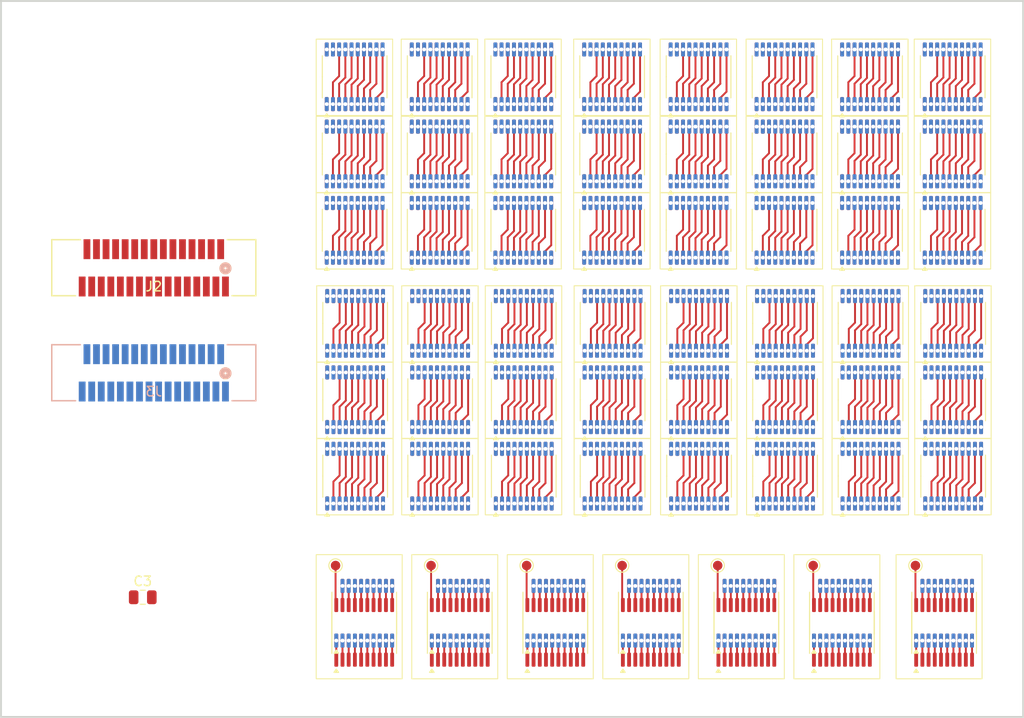
<source format=kicad_pcb>
(kicad_pcb (version 20240108) (generator "pcbnew") (generator_version "8.0")
  (layers (0 "F.Cu" signal) (31 "B.Cu" signal) (34 "B.Paste" user) (35 "F.Paste" user) (36 "B.SilkS" user "B.Silkscreen") (37 "F.SilkS" user "F.Silkscreen") (38 "B.Mask" user) (39 "F.Mask" user) (44 "Edge.Cuts" user))
  (net 0 "")
  (net 1 "GND")
  (net 2 "+3V3")
  (net 7 "Net-(U3-A1)")
  (net 8 "Net-(U3-A5)")
  (net 9 "Net-(U3-A3)")
  (net 10 "Net-(U3-A7)")
  (net 11 "Net-(U3-A0)")
  (net 12 "Net-(U3-A4)")
  (net 13 "Net-(U3-A2)")
  (net 14 "Net-(U3-A6)")
  (net 15 "Net-(U1-A->B)")
  (net 16 "/b3")
  (net 17 "/b1")
  (net 18 "/a5")
  (net 19 "/b2")
  (net 20 "/a2")
  (net 21 "/b0")
  (net 22 "/a1")
  (net 23 "/b4")
  (net 24 "/a4")
  (net 25 "/a3")
  (net 26 "/a6")
  (net 27 "/b7")
  (net 28 "/b5")
  (net 29 "/a7")
  (net 30 "/b6")
  (net 31 "Net-(U1-CE)")
  (net 32 "/a0")
  (footprint "Scope:TSSOP-20_4.4x6.5mm_P0.65mm_holed" (layer "F.Cu") (at 183.075 69.775 90)
    (property "Reference" "U3" (hide yes))
    (property "Value" "74HC245" (hide yes))
  )
  (footprint "Scope:TSSOP-20_4.4x6.5mm_P0.65mm_holed" (layer "F.Cu") (at 164.975 36.025 90)
    (property "Reference" "U3" (hide yes))
    (property "Value" "74HC245" (hide yes))
  )
  (footprint "Scope:TSSOP-20_4.4x6.5mm_P0.65mm_holed" (layer "F.Cu") (at 200.675 69.775 90)
    (property "Reference" "U3" (hide yes))
    (property "Value" "74HC245" (hide yes))
  )
  (footprint "Scope:TSSOP-20_4.4x6.5mm_P0.65mm_holed" (layer "F.Cu") (at 174.075 53.775 90)
    (property "Reference" "U3" (hide yes))
    (property "Value" "74HC245" (hide yes))
  )
  (footprint "Package_SO:TSSOP-20_4.4x6.5mm_P0.65mm" (layer "F.Cu") (at 149.025 86.1375 90)
    (property "Reference" "U2" (hide yes))
    (property "Value" "74HC245" (hide yes))
  )
  (footprint "TestPoint:TestPoint_Pad_D1.0mm" (layer "F.Cu") (at 136.025 79.1375)
    (property "Reference" "J1" (hide yes))
    (property "Value" "Conn_01x01_Pin" (hide yes))
  )
  (footprint "Scope:TSSOP-20_4.4x6.5mm_P0.65mm_holed" (layer "F.Cu") (at 139.025 84.1375 90)
    (property "Reference" "U1" (hide yes))
    (property "Value" "74HC245" (hide yes))
  )
  (footprint "Scope:TSSOP-20_4.4x6.5mm_P0.65mm_holed" (layer "F.Cu") (at 183.025 44.025 90)
    (property "Reference" "U3" (hide yes))
    (property "Value" "74HC245" (hide yes))
  )
  (footprint "Scope:TSSOP-20_4.4x6.5mm_P0.65mm_holed" (layer "F.Cu") (at 164.975 44.025 90)
    (property "Reference" "U3" (hide yes))
    (property "Value" "74HC245" (hide yes))
  )
  (footprint "TestPoint:TestPoint_Pad_D1.0mm" (layer "F.Cu") (at 196.725 79.1375)
    (property "Reference" "J1" (hide yes))
    (property "Value" "Conn_01x01_Pin" (hide yes))
  )
  (footprint "Scope:TSSOP-20_4.4x6.5mm_P0.65mm_holed" (layer "F.Cu") (at 138.025 27.94375 90)
    (property "Reference" "U3" (hide yes))
    (property "Value" "74HC245" (hide yes))
  )
  (footprint "Scope:TSSOP-20_4.4x6.5mm_P0.65mm_holed" (layer "F.Cu") (at 200.625 44.025 90)
    (property "Reference" "U3" (hide yes))
    (property "Value" "74HC245" (hide yes))
  )
  (footprint "Scope:TSSOP-20_4.4x6.5mm_P0.65mm_holed" (layer "F.Cu") (at 191.975 27.94375 90)
    (property "Reference" "U3" (hide yes))
    (property "Value" "74HC245" (hide yes))
  )
  (footprint "Scope:TSSOP-20_4.4x6.5mm_P0.65mm_holed" (layer "F.Cu") (at 183.075 61.775 90)
    (property "Reference" "U3" (hide yes))
    (property "Value" "74HC245" (hide yes))
  )
  (footprint "Scope:TSSOP-20_4.4x6.5mm_P0.65mm_holed" (layer "F.Cu") (at 200.625 36.025 90)
    (property "Reference" "U3" (hide yes))
    (property "Value" "74HC245" (hide yes))
  )
  (footprint "Package_SO:TSSOP-20_4.4x6.5mm_P0.65mm" (layer "F.Cu") (at 189.025 86.1375 90)
    (property "Reference" "U2" (hide yes))
    (property "Value" "74HC245" (hide yes))
  )
  (footprint "Scope:TSSOP-20_4.4x6.5mm_P0.65mm_holed" (layer "F.Cu") (at 146.975 69.775 90)
    (property "Reference" "U3" (hide yes))
    (property "Value" "74HC245" (hide yes))
  )
  (footprint "Scope:TSSOP-20_4.4x6.5mm_P0.65mm_holed" (layer "F.Cu") (at 200.675 61.775 90)
    (property "Reference" "U3" (hide yes))
    (property "Value" "74HC245" (hide yes))
  )
  (footprint "Scope:TSSOP-20_4.4x6.5mm_P0.65mm_holed" (layer "F.Cu") (at 174.025 44.025 90)
    (property "Reference" "U3" (hide yes))
    (property "Value" "74HC245" (hide yes))
  )
  (footprint "Scope:TSSOP-20_4.4x6.5mm_P0.65mm_holed" (layer "F.Cu") (at 191.975 44.025 90)
    (property "Reference" "U3" (hide yes))
    (property "Value" "74HC245" (hide yes))
  )
  (footprint "Package_SO:TSSOP-20_4.4x6.5mm_P0.65mm" (layer "F.Cu") (at 169.025 86.1375 90)
    (property "Reference" "U2" (hide yes))
    (property "Value" "74HC245" (hide yes))
  )
  (footprint "Scope:TSSOP-20_4.4x6.5mm_P0.65mm_holed" (layer "F.Cu") (at 138.025 44.025 90)
    (property "Reference" "U3" (hide yes))
    (property "Value" "74HC245" (hide yes))
  )
  (footprint "Scope:TSSOP-20_4.4x6.5mm_P0.65mm_holed" (layer "F.Cu") (at 174.025 36.025 90)
    (property "Reference" "U3" (hide yes))
    (property "Value" "74HC245" (hide yes))
  )
  (footprint "Scope:TSSOP-20_4.4x6.5mm_P0.65mm_holed" (layer "F.Cu") (at 138.075 69.775 90)
    (property "Reference" "U3" (hide yes))
    (property "Value" "74HC245" (hide yes))
  )
  (footprint "Scope:TSSOP-20_4.4x6.5mm_P0.65mm_holed" (layer "F.Cu") (at 200.675 53.775 90)
    (property "Reference" "U3" (hide yes))
    (property "Value" "74HC245" (hide yes))
  )
  (footprint "Scope:TSSOP-20_4.4x6.5mm_P0.65mm_holed" (layer "F.Cu") (at 183.025 27.94375 90)
    (property "Reference" "U3" (hide yes))
    (property "Value" "74HC245" (hide yes))
  )
  (footprint "Scope:TSSOP-20_4.4x6.5mm_P0.65mm_holed" (layer "F.Cu") (at 174.075 69.775 90)
    (property "Reference" "U3" (hide yes))
    (property "Value" "74HC245" (hide yes))
  )
  (footprint "Scope:TSSOP-20_4.4x6.5mm_P0.65mm_holed" (layer "F.Cu") (at 138.075 53.775 90)
    (property "Reference" "U3" (hide yes))
    (property "Value" "74HC245" (hide yes))
  )
  (footprint "Scope:TSSOP-20_4.4x6.5mm_P0.65mm_holed" (layer "F.Cu") (at 189.025 84.1375 90)
    (property "Reference" "U1" (hide yes))
    (property "Value" "74HC245" (hide yes))
  )
  (footprint "Package_SO:TSSOP-20_4.4x6.5mm_P0.65mm" (layer "F.Cu") (at 139.025 86.1375 90)
    (property "Reference" "U2" (hide yes))
    (property "Value" "74HC245" (hide yes))
  )
  (footprint "Scope:TSSOP-20_4.4x6.5mm_P0.65mm_holed" (layer "F.Cu") (at 174.075 61.775 90)
    (property "Reference" "U3" (hide yes))
    (property "Value" "74HC245" (hide yes))
  )
  (footprint "Scope:TSSOP-20_4.4x6.5mm_P0.65mm_holed" (layer "F.Cu") (at 192.025 61.775 90)
    (property "Reference" "U3" (hide yes))
    (property "Value" "74HC245" (hide yes))
  )
  (footprint "Scope:TSSOP-20_4.4x6.5mm_P0.65mm_holed" (layer "F.Cu") (at 146.925 27.94375 90)
    (property "Reference" "U3" (hide yes))
    (property "Value" "74HC245" (hide yes))
  )
  (footprint "Scope:TSSOP-20_4.4x6.5mm_P0.65mm_holed" (layer "F.Cu") (at 138.025 36.025 90)
    (property "Reference" "U3" (hide yes))
    (property "Value" "74HC245" (hide yes))
  )
  (footprint "Scope:TSSOP-20_4.4x6.5mm_P0.65mm_holed" (layer "F.Cu") (at 155.725 61.775 90)
    (property "Reference" "U3" (hide yes))
    (property "Value" "74HC245" (hide yes))
  )
  (footprint "TestPoint:TestPoint_Pad_D1.0mm" (layer "F.Cu") (at 156.025 79.1375)
    (property "Reference" "J1" (hide yes))
    (property "Value" "Conn_01x01_Pin" (hide yes))
  )
  (footprint "Scope:TSSOP-20_4.4x6.5mm_P0.65mm_holed" (layer "F.Cu") (at 200.625 27.94375 90)
    (property "Reference" "U3" (hide yes))
    (property "Value" "74HC245" (hide yes))
  )
  (footprint "TestPoint:TestPoint_Pad_D1.0mm" (layer "F.Cu") (at 176.025 79.1375)
    (property "Reference" "J1" (hide yes))
    (property "Value" "Conn_01x01_Pin" (hide yes))
  )
  (footprint "TestPoint:TestPoint_Pad_D1.0mm" (layer "F.Cu") (at 166.025 79.1375)
    (property "Reference" "J1" (hide yes))
    (property "Value" "Conn_01x01_Pin" (hide yes))
  )
  (footprint "Scope:TSSOP-20_4.4x6.5mm_P0.65mm_holed" (layer "F.Cu") (at 155.725 53.775 90)
    (property "Reference" "U3" (hide yes))
    (property "Value" "74HC245" (hide yes))
  )
  (footprint "Scope:TSSOP-20_4.4x6.5mm_P0.65mm_holed" (layer "F.Cu") (at 199.725 84.1375 90)
    (property "Reference" "U1" (hide yes))
    (property "Value" "74HC245" (hide yes))
  )
  (footprint "Scope:TSSOP-20_4.4x6.5mm_P0.65mm_holed" (layer "F.Cu") (at 159.025 84.1375 90)
    (property "Reference" "U1" (hide yes))
    (property "Value" "74HC245" (hide yes))
  )
  (footprint "Scope:TSSOP-20_4.4x6.5mm_P0.65mm_holed" (layer "F.Cu") (at 155.675 27.94375 90)
    (property "Reference" "U3" (hide yes))
    (property "Value" "74HC245" (hide yes))
  )
  (footprint "Scope:TSSOP-20_4.4x6.5mm_P0.65mm_holed" (layer "F.Cu") (at 174.025 27.94375 90)
    (property "Reference" "U3" (hide yes))
    (property "Value" "74HC245" (hide yes))
  )
  (footprint "Scope:CON9_1X31_MDZL_DF9_HIR" (layer "F.Cu") (at 117.000001 47.9431)
    (property "Reference" "J2")
    (property "Value" "DF9-31P-1V32")
  )
  (footprint "Scope:TSSOP-20_4.4x6.5mm_P0.65mm_holed" (layer "F.Cu") (at 179.025 84.1375 90)
    (property "Reference" "U1" (hide yes))
    (property "Value" "74HC245" (hide yes))
  )
  (footprint "Package_SO:TSSOP-20_4.4x6.5mm_P0.65mm" (layer "F.Cu") (at 199.725 86.1375 90)
    (property "Reference" "U2" (hide yes))
    (property "Value" "74HC245" (hide yes))
  )
  (footprint "Scope:TSSOP-20_4.4x6.5mm_P0.65mm_holed" (layer "F.Cu") (at 155.675 44.025 90)
    (property "Reference" "U3" (hide yes))
    (property "Value" "74HC245" (hide yes))
  )
  (footprint "Package_SO:TSSOP-20_4.4x6.5mm_P0.65mm" (layer "F.Cu") (at 159.025 86.1375 90)
    (property "Reference" "U2" (hide yes))
    (property "Value" "74HC245" (hide yes))
  )
  (footprint "Scope:TSSOP-20_4.4x6.5mm_P0.65mm_holed" (layer "F.Cu") (at 146.975 53.775 90)
    (property "Reference" "U3" (hide yes))
    (property "Value" "74HC245" (hide yes))
  )
  (footprint "Scope:TSSOP-20_4.4x6.5mm_P0.65mm_holed" (layer "F.Cu") (at 183.025 36.025 90)
    (property "Reference" "U3" (hide yes))
    (property "Value" "74HC245" (hide yes))
  )
  (footprint "Package_SO:TSSOP-20_4.4x6.5mm_P0.65mm" (layer "F.Cu") (at 179.025 86.1375 90)
    (property "Reference" "U2" (hide yes))
    (property "Value" "74HC245" (hide yes))
  )
  (footprint "Scope:TSSOP-20_4.4x6.5mm_P0.65mm_holed" (layer "F.Cu") (at 149.025 84.1375 90)
    (property "Reference" "U1" (hide yes))
    (property "Value" "74HC245" (hide yes))
  )
  (footprint "Scope:TSSOP-20_4.4x6.5mm_P0.65mm_holed" (layer "F.Cu") (at 146.925 44.025 90)
    (property "Reference" "U3" (hide yes))
    (property "Value" "74HC245" (hide yes))
  )
  (footprint "Scope:TSSOP-20_4.4x6.5mm_P0.65mm_holed" (layer "F.Cu") (at 146.975 61.775 90)
    (property "Reference" "U3" (hide yes))
    (property "Value" "74HC245" (hide yes))
  )
  (footprint "Scope:TSSOP-20_4.4x6.5mm_P0.65mm_holed" (layer "F.Cu") (at 192.025 69.775 90)
    (property "Reference" "U3" (hide yes))
    (property "Value" "74HC245" (hide yes))
  )
  (footprint "Scope:TSSOP-20_4.4x6.5mm_P0.65mm_holed" (layer "F.Cu") (at 165.025 69.775 90)
    (property "Reference" "U3" (hide yes))
    (property "Value" "74HC245" (hide yes))
  )
  (footprint "Scope:TSSOP-20_4.4x6.5mm_P0.65mm_holed" (layer "F.Cu") (at 165.025 61.775 90)
    (property "Reference" "U3" (hide yes))
    (property "Value" "74HC245" (hide yes))
  )
  (footprint "Scope:TSSOP-20_4.4x6.5mm_P0.65mm_holed" (layer "F.Cu") (at 165.025 53.775 90)
    (property "Reference" "U3" (hide yes))
    (property "Value" "74HC245" (hide yes))
  )
  (footprint "Scope:TSSOP-20_4.4x6.5mm_P0.65mm_holed" (layer "F.Cu") (at 183.075 53.775 90)
    (property "Reference" "U3" (hide yes))
    (property "Value" "74HC245" (hide yes))
  )
  (footprint "Scope:TSSOP-20_4.4x6.5mm_P0.65mm_holed" (layer "F.Cu") (at 155.675 36.025 90)
    (property "Reference" "U3" (hide yes))
    (property "Value" "74HC245" (hide yes))
  )
  (footprint "TestPoint:TestPoint_Pad_D1.0mm" (layer "F.Cu") (at 186.025 79.1375)
    (property "Reference" "J1" (hide yes))
    (property "Value" "Conn_01x01_Pin" (hide yes))
  )
  (footprint "Scope:TSSOP-20_4.4x6.5mm_P0.65mm_holed" (layer "F.Cu") (at 191.975 36.025 90)
    (property "Reference" "U3" (hide yes))
    (property "Value" "74HC245" (hide yes))
  )
  (footprint "Scope:TSSOP-20_4.4x6.5mm_P0.65mm_holed" (layer "F.Cu") (at 164.975 27.94375 90)
    (property "Reference" "U3" (hide yes))
    (property "Value" "74HC245" (hide yes))
  )
  (footprint "Scope:TSSOP-20_4.4x6.5mm_P0.65mm_holed" (layer "F.Cu") (at 192.025 53.775 90)
    (property "Reference" "U3" (hide yes))
    (property "Value" "74HC245" (hide yes))
  )
  (footprint "Scope:TSSOP-20_4.4x6.5mm_P0.65mm_holed" (layer "F.Cu") (at 169.025 84.1375 90)
    (property "Reference" "U1" (hide yes))
    (property "Value" "74HC245" (hide yes))
  )
  (footprint "Scope:TSSOP-20_4.4x6.5mm_P0.65mm_holed" (layer "F.Cu") (at 155.725 69.775 90)
    (property "Reference" "U3" (hide yes))
    (property "Value" "74HC245" (hide yes))
  )
  (footprint "Scope:TSSOP-20_4.4x6.5mm_P0.65mm_holed" (layer "F.Cu") (at 146.925 36.025 90)
    (property "Reference" "U3" (hide yes))
    (property "Value" "74HC245" (hide yes))
  )
  (footprint "TestPoint:TestPoint_Pad_D1.0mm" (layer "F.Cu") (at 146.025 79.1375)
    (property "Reference" "J1" (hide yes))
    (property "Value" "Conn_01x01_Pin" (hide yes))
  )
  (footprint "Scope:TSSOP-20_4.4x6.5mm_P0.65mm_holed" (layer "F.Cu") (at 138.075 61.775 90)
    (property "Reference" "U3" (hide yes))
    (property "Value" "74HC245" (hide yes))
  )
  (footprint "Capacitor_SMD:C_0805_2012Metric" (layer "F.Cu") (at 115.841099 82.4642)
    (property "Reference" "C3")
    (property "Value" "100nF")
  )
  (footprint "Scope:CON9_1X31_DL_DF9_HIR" (layer "B.Cu") (at 116.999999 58.9431 180)
    (property "Reference" "J3")
    (property "Value" "DF9B-31S-1V69")
  )
  (gr_rect (start 170.05 57.83125) (end 178.05 65.83125) (stroke (width 0.1)) (fill none) (layer "F.SilkS"))
  (gr_rect (start 170 40.08125) (end 178 48.08125) (stroke (width 0.1)) (fill none) (layer "F.SilkS"))
  (gr_rect (start 188 65.83125) (end 196 73.83125) (stroke (width 0.1)) (fill none) (layer "F.SilkS"))
  (gr_rect (start 196.65 65.83125) (end 204.65 73.83125) (stroke (width 0.1)) (fill none) (layer "F.SilkS"))
  (gr_rect (start 151.7 49.83125) (end 159.7 57.83125) (stroke (width 0.1)) (fill none) (layer "F.SilkS"))
  (gr_rect (start 161 57.83125) (end 169 65.83125) (stroke (width 0.1)) (fill none) (layer "F.SilkS"))
  (gr_rect (start 179.05 57.83125) (end 187.05 65.83125) (stroke (width 0.1)) (fill none) (layer "F.SilkS"))
  (gr_rect (start 154 78) (end 163 91) (stroke (width 0.1)) (fill none) (layer "F.SilkS"))
  (gr_rect (start 196.6 32.08125) (end 204.6 40.08125) (stroke (width 0.1)) (fill none) (layer "F.SilkS"))
  (gr_rect (start 144 78) (end 153 91) (stroke (width 0.1)) (fill none) (layer "F.SilkS"))
  (gr_rect (start 142.95 57.83125) (end 150.95 65.83125) (stroke (width 0.1)) (fill none) (layer "F.SilkS"))
  (gr_rect (start 164 78) (end 173 91) (stroke (width 0.1)) (fill none) (layer "F.SilkS"))
  (gr_rect (start 160.95 40.08125) (end 168.95 48.08125) (stroke (width 0.1)) (fill none) (layer "F.SilkS"))
  (gr_rect (start 134.05 49.83125) (end 142.05 57.83125) (stroke (width 0.1)) (fill none) (layer "F.SilkS"))
  (gr_rect (start 188 49.83125) (end 196 57.83125) (stroke (width 0.1)) (fill none) (layer "F.SilkS"))
  (gr_rect (start 161 49.83125) (end 169 57.83125) (stroke (width 0.1)) (fill none) (layer "F.SilkS"))
  (gr_rect (start 170.05 49.83125) (end 178.05 57.83125) (stroke (width 0.1)) (fill none) (layer "F.SilkS"))
  (gr_rect (start 161 65.83125) (end 169 73.83125) (stroke (width 0.1)) (fill none) (layer "F.SilkS"))
  (gr_rect (start 151.65 40.08125) (end 159.65 48.08125) (stroke (width 0.1)) (fill none) (layer "F.SilkS"))
  (gr_rect (start 142.95 49.83125) (end 150.95 57.83125) (stroke (width 0.1)) (fill none) (layer "F.SilkS"))
  (gr_rect (start 187.95 32.08125) (end 195.95 40.08125) (stroke (width 0.1)) (fill none) (layer "F.SilkS"))
  (gr_rect (start 160.95 32.08125) (end 168.95 40.08125) (stroke (width 0.1)) (fill none) (layer "F.SilkS"))
  (gr_rect (start 142.9 24) (end 150.9 32) (stroke (width 0.1)) (fill none) (layer "F.SilkS"))
  (gr_rect (start 151.7 57.83125) (end 159.7 65.83125) (stroke (width 0.1)) (fill none) (layer "F.SilkS"))
  (gr_rect (start 179.05 49.83125) (end 187.05 57.83125) (stroke (width 0.1)) (fill none) (layer "F.SilkS"))
  (gr_rect (start 134.05 65.83125) (end 142.05 73.83125) (stroke (width 0.1)) (fill none) (layer "F.SilkS"))
  (gr_rect (start 188 57.83125) (end 196 65.83125) (stroke (width 0.1)) (fill none) (layer "F.SilkS"))
  (gr_rect (start 160.95 24) (end 168.95 32) (stroke (width 0.1)) (fill none) (layer "F.SilkS"))
  (gr_rect (start 196.65 57.83125) (end 204.65 65.83125) (stroke (width 0.1)) (fill none) (layer "F.SilkS"))
  (gr_rect (start 174 78) (end 183 91) (stroke (width 0.1)) (fill none) (layer "F.SilkS"))
  (gr_rect (start 179.05 65.83125) (end 187.05 73.83125) (stroke (width 0.1)) (fill none) (layer "F.SilkS"))
  (gr_rect (start 151.7 65.83125) (end 159.7 73.83125) (stroke (width 0.1)) (fill none) (layer "F.SilkS"))
  (gr_rect (start 187.95 40.08125) (end 195.95 48.08125) (stroke (width 0.1)) (fill none) (layer "F.SilkS"))
  (gr_rect (start 196.6 40.08125) (end 204.6 48.08125) (stroke (width 0.1)) (fill none) (layer "F.SilkS"))
  (gr_rect (start 151.65 32.08125) (end 159.65 40.08125) (stroke (width 0.1)) (fill none) (layer "F.SilkS"))
  (gr_rect (start 179 40.08125) (end 187 48.08125) (stroke (width 0.1)) (fill none) (layer "F.SilkS"))
  (gr_rect (start 142.95 65.83125) (end 150.95 73.83125) (stroke (width 0.1)) (fill none) (layer "F.SilkS"))
  (gr_rect (start 134 40.08125) (end 142 48.08125) (stroke (width 0.1)) (fill none) (layer "F.SilkS"))
  (gr_rect (start 134 24) (end 142 32) (stroke (width 0.1)) (fill none) (layer "F.SilkS"))
  (gr_rect (start 179 32.08125) (end 187 40.08125) (stroke (width 0.1)) (fill none) (layer "F.SilkS"))
  (gr_rect (start 170 32.08125) (end 178 40.08125) (stroke (width 0.1)) (fill none) (layer "F.SilkS"))
  (gr_rect (start 196.65 49.83125) (end 204.65 57.83125) (stroke (width 0.1)) (fill none) (layer "F.SilkS"))
  (gr_rect (start 142.9 32.08125) (end 150.9 40.08125) (stroke (width 0.1)) (fill none) (layer "F.SilkS"))
  (gr_rect (start 179 24) (end 187 32) (stroke (width 0.1)) (fill none) (layer "F.SilkS"))
  (gr_rect (start 170 24) (end 178 32) (stroke (width 0.1)) (fill none) (layer "F.SilkS"))
  (gr_rect (start 134 78) (end 143 91) (stroke (width 0.1)) (fill none) (layer "F.SilkS"))
  (gr_rect (start 134 32.08125) (end 142 40.08125) (stroke (width 0.1)) (fill none) (layer "F.SilkS"))
  (gr_rect (start 170.05 65.83125) (end 178.05 73.83125) (stroke (width 0.1)) (fill none) (layer "F.SilkS"))
  (gr_rect (start 151.65 24) (end 159.65 32) (stroke (width 0.1)) (fill none) (layer "F.SilkS"))
  (gr_rect (start 142.9 40.08125) (end 150.9 48.08125) (stroke (width 0.1)) (fill none) (layer "F.SilkS"))
  (gr_rect (start 184 78) (end 193 91) (stroke (width 0.1)) (fill none) (layer "F.SilkS"))
  (gr_rect (start 194.7 78) (end 203.7 91) (stroke (width 0.1)) (fill none) (layer "F.SilkS"))
  (gr_rect (start 134.05 57.83125) (end 142.05 65.83125) (stroke (width 0.1)) (fill none) (layer "F.SilkS"))
  (gr_rect (start 196.6 24) (end 204.6 32) (stroke (width 0.1)) (fill none) (layer "F.SilkS"))
  (gr_rect (start 187.95 24) (end 195.95 32) (stroke (width 0.1)) (fill none) (layer "F.SilkS"))
  (gr_rect (start 101 20) (end 208 95) (stroke (width 0.2)) (fill none) (layer "Edge.Cuts"))
  (segment (start 141.95 87) (end 141.95 89) (width 0.2) (layer "F.Cu") (net 1))
  (segment (start 191.95 87) (end 191.95 89) (width 0.2) (layer "F.Cu") (net 1))
  (segment (start 151.95 87) (end 151.95 89) (width 0.2) (layer "F.Cu") (net 1))
  (segment (start 202.65 87) (end 202.65 89) (width 0.2) (layer "F.Cu") (net 1))
  (segment (start 161.95 87) (end 161.95 89) (width 0.2) (layer "F.Cu") (net 1))
  (segment (start 171.95 87) (end 171.95 89) (width 0.2) (layer "F.Cu") (net 1))
  (segment (start 181.95 87) (end 181.95 89) (width 0.2) (layer "F.Cu") (net 1))
  (segment (start 146.025 83.2) (end 146.1 83.275) (width 0.2) (layer "F.Cu") (net 2))
  (segment (start 156.025 83.2) (end 156.1 83.275) (width 0.2) (layer "F.Cu") (net 2))
  (segment (start 146.025 79.1375) (end 146.025 83.2) (width 0.2) (layer "F.Cu") (net 2))
  (segment (start 186.025 83.2) (end 186.1 83.275) (width 0.2) (layer "F.Cu") (net 2))
  (segment (start 136.025 83.2) (end 136.1 83.275) (width 0.2) (layer "F.Cu") (net 2))
  (segment (start 166.025 83.2) (end 166.1 83.275) (width 0.2) (layer "F.Cu") (net 2))
  (segment (start 176.025 79.1375) (end 176.025 83.2) (width 0.2) (layer "F.Cu") (net 2))
  (segment (start 196.725 79.1375) (end 196.725 83.2) (width 0.2) (layer "F.Cu") (net 2))
  (segment (start 176.025 83.2) (end 176.1 83.275) (width 0.2) (layer "F.Cu") (net 2))
  (segment (start 196.725 83.2) (end 196.8 83.275) (width 0.2) (layer "F.Cu") (net 2))
  (segment (start 156.025 79.1375) (end 156.025 83.2) (width 0.2) (layer "F.Cu") (net 2))
  (segment (start 186.025 79.1375) (end 186.025 83.2) (width 0.2) (layer "F.Cu") (net 2))
  (segment (start 136.025 79.1375) (end 136.025 83.2) (width 0.2) (layer "F.Cu") (net 2))
  (segment (start 166.025 79.1375) (end 166.025 83.2) (width 0.2) (layer "F.Cu") (net 2))
  (segment (start 199.05 64.6375) (end 199.05 62.5) (width 0.2) (layer "F.Cu") (net 7))
  (segment (start 154.7 28.01875) (end 154.7 25.08125) (width 0.2) (layer "F.Cu") (net 7))
  (segment (start 164 28.01875) (end 164 25.08125) (width 0.2) (layer "F.Cu") (net 7))
  (segment (start 191.05 61.85) (end 191.05 58.9125) (width 0.2) (layer "F.Cu") (net 7))
  (segment (start 190.35 46.8875) (end 190.35 44.75) (width 0.2) (layer "F.Cu") (net 7))
  (segment (start 173.05 44.1) (end 173.05 41.1625) (width 0.2) (layer "F.Cu") (net 7))
  (segment (start 181.4 30.80625) (end 181.4 28.66875) (width 0.2) (layer "F.Cu") (net 7))
  (segment (start 136.4 38.8875) (end 136.4 36.75) (width 0.2) (layer "F.Cu") (net 7))
  (segment (start 154.7 36.1) (end 154.7 33.1625) (width 0.2) (layer "F.Cu") (net 7))
  (segment (start 136.4 36.75) (end 137.05 36.1) (width 0.2) (layer "F.Cu") (net 7))
  (segment (start 182.05 36.1) (end 182.05 33.1625) (width 0.2) (layer "F.Cu") (net 7))
  (segment (start 154.05 38.8875) (end 154.05 36.75) (width 0.2) (layer "F.Cu") (net 7))
  (segment (start 137.1 69.85) (end 137.1 66.9125) (width 0.2) (layer "F.Cu") (net 7))
  (segment (start 163.4 70.5) (end 164.05 69.85) (width 0.2) (layer "F.Cu") (net 7))
  (segment (start 190.35 30.80625) (end 190.35 28.66875) (width 0.2) (layer "F.Cu") (net 7))
  (segment (start 199.05 54.5) (end 199.7 53.85) (width 0.2) (layer "F.Cu") (net 7))
  (segment (start 181.4 44.75) (end 182.05 44.1) (width 0.2) (layer "F.Cu") (net 7))
  (segment (start 181.4 46.8875) (end 181.4 44.75) (width 0.2) (layer "F.Cu") (net 7))
  (segment (start 173.1 61.85) (end 173.1 58.9125) (width 0.2) (layer "F.Cu") (net 7))
  (segment (start 181.45 54.5) (end 182.1 53.85) (width 0.2) (layer "F.Cu") (net 7))
  (segment (start 164.05 69.85) (end 164.05 66.9125) (width 0.2) (layer "F.Cu") (net 7))
  (segment (start 163.35 30.80625) (end 163.35 28.66875) (width 0.2) (layer "F.Cu") (net 7))
  (segment (start 191 28.01875) (end 191 25.08125) (width 0.2) (layer "F.Cu") (net 7))
  (segment (start 190.35 28.66875) (end 191 28.01875) (width 0.2) (layer "F.Cu") (net 7))
  (segment (start 172.4 46.8875) (end 172.4 44.75) (width 0.2) (layer "F.Cu") (net 7))
  (segment (start 163.35 44.75) (end 164 44.1) (width 0.2) (layer "F.Cu") (net 7))
  (segment (start 199 38.8875) (end 199 36.75) (width 0.2) (layer "F.Cu") (net 7))
  (segment (start 145.35 54.5) (end 146 53.85) (width 0.2) (layer "F.Cu") (net 7))
  (segment (start 146 53.85) (end 146 50.9125) (width 0.2) (layer "F.Cu") (net 7))
  (segment (start 154.1 56.6375) (end 154.1 54.5) (width 0.2) (layer "F.Cu") (net 7))
  (segment (start 181.4 36.75) (end 182.05 36.1) (width 0.2) (layer "F.Cu") (net 7))
  (segment (start 182.05 44.1) (end 182.05 41.1625) (width 0.2) (layer "F.Cu") (net 7))
  (segment (start 199.7 69.85) (end 199.7 66.9125) (width 0.2) (layer "F.Cu") (net 7))
  (segment (start 154.75 61.85) (end 154.75 58.9125) (width 0.2) (layer "F.Cu") (net 7))
  (segment (start 145.3 36.75) (end 145.95 36.1) (width 0.2) (layer "F.Cu") (net 7))
  (segment (start 145.35 72.6375) (end 145.35 70.5) (width 0.2) (layer "F.Cu") (net 7))
  (segment (start 172.45 72.6375) (end 172.45 70.5) (width 0.2) (layer "F.Cu") (net 7))
  (segment (start 172.45 62.5) (end 173.1 61.85) (width 0.2) (layer "F.Cu") (net 7))
  (segment (start 190.35 44.75) (end 191 44.1) (width 0.2) (layer "F.Cu") (net 7))
  (segment (start 163.4 64.6375) (end 163.4 62.5) (width 0.2) (layer "F.Cu") (net 7))
  (segment (start 163.35 46.8875) (end 163.35 44.75) (width 0.2) (layer "F.Cu") (net 7))
  (segment (start 163.4 72.6375) (end 163.4 70.5) (width 0.2) (layer "F.Cu") (net 7))
  (segment (start 199.65 44.1) (end 199.65 41.1625) (width 0.2) (layer "F.Cu") (net 7))
  (segment (start 181.45 62.5) (end 182.1 61.85) (width 0.2) (layer "F.Cu") (net 7))
  (segment (start 145.35 56.6375) (end 145.35 54.5) (width 0.2) (layer "F.Cu") (net 7))
  (segment (start 145.95 36.1) (end 145.95 33.1625) (width 0.2) (layer "F.Cu") (net 7))
  (segment (start 164.05 61.85) (end 164.05 58.9125) (width 0.2) (layer "F.Cu") (net 7))
  (segment (start 154.05 36.75) (end 154.7 36.1) (width 0.2) (layer "F.Cu") (net 7))
  (segment (start 173.1 69.85) (end 173.1 66.9125) (width 0.2) (layer "F.Cu") (net 7))
  (segment (start 136.4 46.8875) (end 136.4 44.75) (width 0.2) (layer "F.Cu") (net 7))
  (segment (start 190.4 70.5) (end 191.05 69.85) (width 0.2) (layer "F.Cu") (net 7))
  (segment (start 172.45 64.6375) (end 172.45 62.5) (width 0.2) (layer "F.Cu") (net 7))
  (segment (start 136.45 70.5) (end 137.1 69.85) (width 0.2) (layer "F.Cu") (net 7))
  (segment (start 137.05 28.01875) (end 137.05 25.08125) (width 0.2) (layer "F.Cu") (net 7))
  (segment (start 146 61.85) (end 146 58.9125) (width 0.2) (layer "F.Cu") (net 7))
  (segment (start 136.45 56.6375) (end 136.45 54.5) (width 0.2) (layer "F.Cu") (net 7))
  (segment (start 154.75 69.85) (end 154.75 66.9125) (width 0.2) (layer "F.Cu") (net 7))
  (segment (start 173.05 36.1) (end 173.05 33.1625) (width 0.2) (layer "F.Cu") (net 7))
  (segment (start 181.45 56.6375) (end 181.45 54.5) (width 0.2) (layer "F.Cu") (net 7))
  (segment (start 145.3 30.80625) (end 145.3 28.66875) (width 0.2) (layer "F.Cu") (net 7))
  (segment (start 154.05 44.75) (end 154.7 44.1) (width 0.2) (layer "F.Cu") (net 7))
  (segment (start 154.05 46.8875) (end 154.05 44.75) (width 0.2) (layer "F.Cu") (net 7))
  (segment (start 145.95 44.1) (end 145.95 41.1625) (width 0.2) (layer "F.Cu") (net 7))
  (segment (start 137.1 53.85) (end 137.1 50.9125) (width 0.2) (layer "F.Cu") (net 7))
  (segment (start 154.7 44.1) (end 154.7 41.1625) (width 0.2) (layer "F.Cu") (net 7))
  (segment (start 190.35 36.75) (end 191 36.1) (width 0.2) (layer "F.Cu") (net 7))
  (segment (start 136.45 72.6375) (end 136.45 70.5) (width 0.2) (layer "F.Cu") (net 7))
  (segment (start 172.45 56.6375) (end 172.45 54.5) (width 0.2) (layer "F.Cu") (net 7))
  (segment (start 163.4 56.6375) (end 163.4 54.5) (width 0.2) (layer "F.Cu") (net 7))
  (segment (start 199.05 56.6375) (end 199.05 54.5) (width 0.2) (layer "F.Cu") (net 7))
  (segment (start 181.4 28.66875) (end 182.05 28.01875) (width 0.2) (layer "F.Cu") (net 7))
  (segment (start 136.4 28.66875) (end 137.05 28.01875) (width 0.2) (layer "F.Cu") (net 7))
  (segment (start 146 69.85) (end 146 66.9125) (width 0.2) (layer "F.Cu") (net 7))
  (segment (start 182.1 61.85) (end 182.1 58.9125) (width 0.2) (layer "F.Cu") (net 7))
  (segment (start 154.1 72.6375) (end 154.1 70.5) (width 0.2) (layer "F.Cu") (net 7))
  (segment (start 136.45 62.5) (end 137.1 61.85) (width 0.2) (layer "F.Cu") (net 7))
  (segment (start 164.05 53.85) (end 164.05 50.9125) (width 0.2) (layer "F.Cu") (net 7))
  (segment (start 164 44.1) (end 164 41.1625) (width 0.2) (layer "F.Cu") (net 7))
  (segment (start 190.4 54.5) (end 191.05 53.85) (width 0.2) (layer "F.Cu") (net 7))
  (segment (start 137.1 61.85) (end 137.1 58.9125) (width 0.2) (layer "F.Cu") (net 7))
  (segment (start 154.75 53.85) (end 154.75 50.9125) (width 0.2) (layer "F.Cu") (net 7))
  (segment (start 154.1 62.5) (end 154.75 61.85) (width 0.2) (layer "F.Cu") (net 7))
  (segment (start 190.4 56.6375) (end 190.4 54.5) (width 0.2) (layer "F.Cu") (net 7))
  (segment (start 199 36.75) (end 199.65 36.1) (width 0.2) (layer "F.Cu") (net 7))
  (segment (start 145.35 64.6375) (end 145.35 62.5) (width 0.2) (layer "F.Cu") (net 7))
  (segment (start 154.1 64.6375) (end 154.1 62.5) (width 0.2) (layer "F.Cu") (net 7))
  (segment (start 191 36.1) (end 191 33.1625) (width 0.2) (layer "F.Cu") (net 7))
  (segment (start 182.1 53.85) (end 182.1 50.9125) (width 0.2) (layer "F.Cu") (net 7))
  (segment (start 136.4 44.75) (end 137.05 44.1) (width 0.2) (layer "F.Cu") (net 7))
  (segment (start 145.35 70.5) (end 146 69.85) (width 0.2) (layer "F.Cu") (net 7))
  (segment (start 190.4 72.6375) (end 190.4 70.5) (width 0.2) (layer "F.Cu") (net 7))
  (segment (start 190.35 38.8875) (end 190.35 36.75) (width 0.2) (layer "F.Cu") (net 7))
  (segment (start 199 46.8875) (end 199 44.75) (width 0.2) (layer "F.Cu") (net 7))
  (segment (start 154.05 28.66875) (end 154.7 28.01875) (width 0.2) (layer "F.Cu") (net 7))
  (segment (start 145.95 28.01875) (end 145.95 25.08125) (width 0.2) (layer "F.Cu") (net 7))
  (segment (start 199.05 70.5) (end 199.7 69.85) (width 0.2) (layer "F.Cu") (net 7))
  (segment (start 173.05 28.01875) (end 173.05 25.08125) (width 0.2) (layer "F.Cu") (net 7))
  (segment (start 154.05 30.80625) (end 154.05 28.66875) (width 0.2) (layer "F.Cu") (net 7))
  (segment (start 199.65 28.01875) (end 199.65 25.08125) (width 0.2) (layer "F.Cu") (net 7))
  (segment (start 172.4 36.75) (end 173.05 36.1) (width 0.2) (layer "F.Cu") (net 7))
  (segment (start 199.05 72.6375) (end 199.05 70.5) (width 0.2) (layer "F.Cu") (net 7))
  (segment (start 182.05 28.01875) (end 182.05 25.08125) (width 0.2) (layer "F.Cu") (net 7))
  (segment (start 199 28.66875) (end 199.65 28.01875) (width 0.2) (layer "F.Cu") (net 7))
  (segment (start 136.45 54.5) (end 137.1 53.85) (width 0.2) (layer "F.Cu") (net 7))
  (segment (start 181.45 64.6375) (end 181.45 62.5) (width 0.2) (layer "F.Cu") (net 7))
  (segment (start 181.4 38.8875) (end 181.4 36.75) (width 0.2) (layer "F.Cu") (net 7))
  (segment (start 190.4 62.5) (end 191.05 61.85) (width 0.2) (layer "F.Cu") (net 7))
  (segment (start 172.4 28.66875) (end 173.05 28.01875) (width 0.2) (layer "F.Cu") (net 7))
  (segment (start 163.4 62.5) (end 164.05 61.85) (width 0.2) (layer "F.Cu") (net 7))
  (segment (start 163.4 54.5) (end 164.05 53.85) (width 0.2) (layer "F.Cu") (net 7))
  (segment (start 172.4 44.75) (end 173.05 44.1) (width 0.2) (layer "F.Cu") (net 7))
  (segment (start 172.4 38.8875) (end 172.4 36.75) (width 0.2) (layer "F.Cu") (net 7))
  (segment (start 145.3 44.75) (end 145.95 44.1) (width 0.2) (layer "F.Cu") (net 7))
  (segment (start 191 44.1) (end 191 41.1625) (width 0.2) (layer "F.Cu") (net 7))
  (segment (start 154.1 70.5) (end 154.75 69.85) (width 0.2) (layer "F.Cu") (net 7))
  (segment (start 164 36.1) (end 164 33.1625) (width 0.2) (layer "F.Cu") (net 7))
  (segment (start 173.1 53.85) (end 173.1 50.9125) (width 0.2) (layer "F.Cu") (net 7))
  (segment (start 181.45 72.6375) (end 181.45 70.5) (width 0.2) (layer "F.Cu") (net 7))
  (segment (start 145.3 46.8875) (end 145.3 44.75) (width 0.2) (layer "F.Cu") (net 7))
  (segment (start 137.05 44.1) (end 137.05 41.1625) (width 0.2) (layer "F.Cu") (net 7))
  (segment (start 199.7 53.85) (end 199.7 50.9125) (width 0.2) (layer "F.Cu") (net 7))
  (segment (start 137.05 36.1) (end 137.05 33.1625) (width 0.2) (layer "F.Cu") (net 7))
  (segment (start 191.05 69.85) (end 191.05 66.9125) (width 0.2) (layer "F.Cu") (net 7))
  (segment (start 154.1 54.5) (end 154.75 53.85) (width 0.2) (layer "F.Cu") (net 7))
  (segment (start 182.1 69.85) (end 182.1 66.9125) (width 0.2) (layer "F.Cu") (net 7))
  (segment (start 181.45 70.5) (end 182.1 69.85) (width 0.2) (layer "F.Cu") (net 7))
  (segment (start 136.45 64.6375) (end 136.45 62.5) (width 0.2) (layer "F.Cu") (net 7))
  (segment (start 199.65 36.1) (end 199.65 33.1625) (width 0.2) (layer "F.Cu") (net 7))
  (segment (start 145.3 28.66875) (end 145.95 28.01875) (width 0.2) (layer "F.Cu") (net 7))
  (segment (start 191.05 53.85) (end 191.05 50.9125) (width 0.2) (layer "F.Cu") (net 7))
  (segment (start 199 30.80625) (end 199 28.66875) (width 0.2) (layer "F.Cu") (net 7))
  (segment (start 172.45 54.5) (end 173.1 53.85) (width 0.2) (layer "F.Cu") (net 7))
  (segment (start 199.7 61.85) (end 199.7 58.9125) (width 0.2) (layer "F.Cu") (net 7))
  (segment (start 190.4 64.6375) (end 190.4 62.5) (width 0.2) (layer "F.Cu") (net 7))
  (segment (start 163.35 28.66875) (end 164 28.01875) (width 0.2) (layer "F.Cu") (net 7))
  (segment (start 199.05 62.5) (end 199.7 61.85) (width 0.2) (layer "F.Cu") (net 7))
  (segment (start 145.3 38.8875) (end 145.3 36.75) (width 0.2) (layer "F.Cu") (net 7))
  (segment (start 145.35 62.5) (end 146 61.85) (width 0.2) (layer "F.Cu") (net 7))
  (segment (start 199 44.75) (end 199.65 44.1) (width 0.2) (layer "F.Cu") (net 7))
  (segment (start 172.4 30.80625) (end 172.4 28.66875) (width 0.2) (layer "F.Cu") (net 7))
  (segment (start 163.35 38.8875) (end 163.35 36.75) (width 0.2) (layer "F.Cu") (net 7))
  (segment (start 136.4 30.80625) (end 136.4 28.66875) (width 0.2) (layer "F.Cu") (net 7))
  (segment (start 163.35 36.75) (end 164 36.1) (width 0.2) (layer "F.Cu") (net 7))
  (segment (start 172.45 70.5) (end 173.1 69.85) (width 0.2) (layer "F.Cu") (net 7))
  (segment (start 184 37.25) (end 184.65 36.6) (width 0.2) (layer "F.Cu") (net 8))
  (segment (start 193.6 44.6) (end 193.6 41.1625) (width 0.2) (layer "F.Cu") (net 8))
  (segment (start 157.3 36.6) (end 157.3 33.1625) (width 0.2) (layer "F.Cu") (net 8))
  (segment (start 184 30.80625) (end 184 29.16875) (width 0.2) (layer "F.Cu") (net 8))
  (segment (start 175.05 64.6375) (end 175.05 63) (width 0.2) (layer "F.Cu") (net 8))
  (segment (start 193 64.6375) (end 193 63) (width 0.2) (layer "F.Cu") (net 8))
  (segment (start 139.7 54.35) (end 139.7 50.9125) (width 0.2) (layer "F.Cu") (net 8))
  (segment (start 175 45.25) (end 175.65 44.6) (width 0.2) (layer "F.Cu") (net 8))
  (segment (start 184.05 55) (end 184.7 54.35) (width 0.2) (layer "F.Cu") (net 8))
  (segment (start 156.65 30.80625) (end 156.65 29.16875) (width 0.2) (layer "F.Cu") (net 8))
  (segment (start 184 38.8875) (end 184 37.25) (width 0.2) (layer "F.Cu") (net 8))
  (segment (start 147.9 30.80625) (end 147.9 29.16875) (width 0.2) (layer "F.Cu") (net 8))
  (segment (start 139.05 55) (end 139.7 54.35) (width 0.2) (layer "F.Cu") (net 8))
  (segment (start 166.65 70.35) (end 166.65 66.9125) (width 0.2) (layer "F.Cu") (net 8))
  (segment (start 193.65 70.35) (end 193.65 66.9125) (width 0.2) (layer "F.Cu") (net 8))
  (segment (start 193 72.6375) (end 193 71) (width 0.2) (layer "F.Cu") (net 8))
  (segment (start 193.65 54.35) (end 193.65 50.9125) (width 0.2) (layer "F.Cu") (net 8))
  (segment (start 148.6 62.35) (end 148.6 58.9125) (width 0.2) (layer "F.Cu") (net 8))
  (segment (start 147.95 71) (end 148.6 70.35) (width 0.2) (layer "F.Cu") (net 8))
  (segment (start 175.05 63) (end 175.7 62.35) (width 0.2) (layer "F.Cu") (net 8))
  (segment (start 147.95 63) (end 148.6 62.35) (width 0.2) (layer "F.Cu") (net 8))
  (segment (start 175.65 36.6) (end 175.65 33.1625) (width 0.2) (layer "F.Cu") (net 8))
  (segment (start 148.6 54.35) (end 148.6 50.9125) (width 0.2) (layer "F.Cu") (net 8))
  (segment (start 165.95 37.25) (end 166.6 36.6) (width 0.2) (layer "F.Cu") (net 8))
  (segment (start 166 56.6375) (end 166 55) (width 0.2) (layer "F.Cu") (net 8))
  (segment (start 175.7 70.35) (end 175.7 66.9125) (width 0.2) (layer "F.Cu") (net 8))
  (segment (start 192.95 38.8875) (end 192.95 37.25) (width 0.2) (layer "F.Cu") (net 8))
  (segment (start 184.05 64.6375) (end 184.05 63) (width 0.2) (layer "F.Cu") (net 8))
  (segment (start 156.65 46.8875) (end 156.65 45.25) (width 0.2) (layer "F.Cu") (net 8))
  (segment (start 139.7 62.35) (end 139.7 58.9125) (width 0.2) (layer "F.Cu") (net 8))
  (segment (start 201.6 46.8875) (end 201.6 45.25) (width 0.2) (layer "F.Cu") (net 8))
  (segment (start 156.65 38.8875) (end 156.65 37.25) (width 0.2) (layer "F.Cu") (net 8))
  (segment (start 202.25 28.51875) (end 202.25 25.08125) (width 0.2) (layer "F.Cu") (net 8))
  (segment (start 184 29.16875) (end 184.65 28.51875) (width 0.2) (layer "F.Cu") (net 8))
  (segment (start 147.95 72.6375) (end 147.95 71) (width 0.2) (layer "F.Cu") (net 8))
  (segment (start 193 56.6375) (end 193 55) (width 0.2) (layer "F.Cu") (net 8))
  (segment (start 147.9 37.25) (end 148.55 36.6) (width 0.2) (layer "F.Cu") (net 8))
  (segment (start 202.25 44.6) (end 202.25 41.1625) (width 0.2) (layer "F.Cu") (net 8))
  (segment (start 165.95 38.8875) (end 165.95 37.25) (width 0.2) (layer "F.Cu") (net 8))
  (segment (start 147.9 29.16875) (end 148.55 28.51875) (width 0.2) (layer "F.Cu") (net 8))
  (segment (start 139 45.25) (end 139.65 44.6) (width 0.2) (layer "F.Cu") (net 8))
  (segment (start 139 38.8875) (end 139 37.25) (width 0.2) (layer "F.Cu") (net 8))
  (segment (start 201.6 29.16875) (end 202.25 28.51875) (width 0.2) (layer "F.Cu") (net 8))
  (segment (start 166 63) (end 166.65 62.35) (width 0.2) (layer "F.Cu") (net 8))
  (segment (start 139.7 70.35) (end 139.7 66.9125) (width 0.2) (layer "F.Cu") (net 8))
  (segment (start 147.9 38.8875) (end 147.9 37.25) (width 0.2) (layer "F.Cu") (net 8))
  (segment (start 148.6 70.35) (end 148.6 66.9125) (width 0.2) (layer "F.Cu") (net 8))
  (segment (start 201.6 30.80625) (end 201.6 29.16875) (width 0.2) (layer "F.Cu") (net 8))
  (segment (start 175.7 54.35) (end 175.7 50.9125) (width 0.2) (layer "F.Cu") (net 8))
  (segment (start 202.3 70.35) (end 202.3 66.9125) (width 0.2) (layer "F.Cu") (net 8))
  (segment (start 139 29.16875) (end 139.65 28.51875) (width 0.2) (layer "F.Cu") (net 8))
  (segment (start 192.95 37.25) (end 193.6 36.6) (width 0.2) (layer "F.Cu") (net 8))
  (segment (start 156.7 55) (end 157.35 54.35) (width 0.2) (layer "F.Cu") (net 8))
  (segment (start 165.95 30.80625) (end 165.95 29.16875) (width 0.2) (layer "F.Cu") (net 8))
  (segment (start 193.6 28.51875) (end 193.6 25.08125) (width 0.2) (layer "F.Cu") (net 8))
  (segment (start 139.05 72.6375) (end 139.05 71) (width 0.2) (layer "F.Cu") (net 8))
  (segment (start 193 55) (end 193.65 54.35) (width 0.2) (layer "F.Cu") (net 8))
  (segment (start 184.05 63) (end 184.7 62.35) (width 0.2) (layer "F.Cu") (net 8))
  (segment (start 156.7 64.6375) (end 156.7 63) (width 0.2) (layer "F.Cu") (net 8))
  (segment (start 175.05 71) (end 175.7 70.35) (width 0.2) (layer "F.Cu") (net 8))
  (segment (start 175.05 72.6375) (end 175.05 71) (width 0.2) (layer "F.Cu") (net 8))
  (segment (start 184.7 70.35) (end 184.7 66.9125) (width 0.2) (layer "F.Cu") (net 8))
  (segment (start 139.05 71) (end 139.7 70.35) (width 0.2) (layer "F.Cu") (net 8))
  (segment (start 148.55 36.6) (end 148.55 33.1625) (width 0.2) (layer "F.Cu") (net 8))
  (segment (start 175.65 28.51875) (end 175.65 25.08125) (width 0.2) (layer "F.Cu") (net 8))
  (segment (start 156.7 56.6375) (end 156.7 55) (width 0.2) (layer "F.Cu") (net 8))
  (segment (start 175 29.16875) (end 175.65 28.51875) (width 0.2) (layer "F.Cu") (net 8))
  (segment (start 165.95 45.25) (end 166.6 44.6) (width 0.2) (layer "F.Cu") (net 8))
  (segment (start 201.65 72.6375) (end 201.65 71) (width 0.2) (layer "F.Cu") (net 8))
  (segment (start 192.95 29.16875) (end 193.6 28.51875) (width 0.2) (layer "F.Cu") (net 8))
  (segment (start 166.65 54.35) (end 166.65 50.9125) (width 0.2) (layer "F.Cu") (net 8))
  (segment (start 147.9 45.25) (end 148.55 44.6) (width 0.2) (layer "F.Cu") (net 8))
  (segment (start 175 38.8875) (end 175 37.25) (width 0.2) (layer "F.Cu") (net 8))
  (segment (start 175.05 55) (end 175.7 54.35) (width 0.2) (layer "F.Cu") (net 8))
  (segment (start 202.3 62.35) (end 202.3 58.9125) (width 0.2) (layer "F.Cu") (net 8))
  (segment (start 192.95 45.25) (end 193.6 44.6) (width 0.2) (layer "F.Cu") (net 8))
  (segment (start 175.65 44.6) (end 175.65 41.1625) (width 0.2) (layer "F.Cu") (net 8))
  (segment (start 156.7 71) (end 157.35 70.35) (width 0.2) (layer "F.Cu") (net 8))
  (segment (start 139.05 56.6375) (end 139.05 55) (width 0.2) (layer "F.Cu") (net 8))
  (segment (start 139.65 28.51875) (end 139.65 25.08125) (width 0.2) (layer "F.Cu") (net 8))
  (segment (start 139.65 44.6) (end 139.65 41.1625) (width 0.2) (layer "F.Cu") (net 8))
  (segment (start 139.05 64.6375) (end 139.05 63) (width 0.2) (layer "F.Cu") (net 8))
  (segment (start 156.65 37.25) (end 157.3 36.6) (width 0.2) (layer "F.Cu") (net 8))
  (segment (start 175.05 56.6375) (end 175.05 55) (width 0.2) (layer "F.Cu") (net 8))
  (segment (start 193 63) (end 193.65 62.35) (width 0.2) (layer "F.Cu") (net 8))
  (segment (start 139 46.8875) (end 139 45.25) (width 0.2) (layer "F.Cu") (net 8))
  (segment (start 184.05 71) (end 184.7 70.35) (width 0.2) (layer "F.Cu") (net 8))
  (segment (start 139.05 63) (end 139.7 62.35) (width 0.2) (layer "F.Cu") (net 8))
  (segment (start 147.9 46.8875) (end 147.9 45.25) (width 0.2) (layer "F.Cu") (net 8))
  (segment (start 166 55) (end 166.65 54.35) (width 0.2) (layer "F.Cu") (net 8))
  (segment (start 192.95 30.80625) (end 192.95 29.16875) (width 0.2) (layer "F.Cu") (net 8))
  (segment (start 139 30.80625) (end 139 29.16875) (width 0.2) (layer "F.Cu") (net 8))
  (segment (start 175 37.25) (end 175.65 36.6) (width 0.2) (layer "F.Cu") (net 8))
  (segment (start 193.6 36.6) (end 193.6 33.1625) (width 0.2) (layer "F.Cu") (net 8))
  (segment (start 201.6 38.8875) (end 201.6 37.25) (width 0.2) (layer "F.Cu") (net 8))
  (segment (start 201.65 55) (end 202.3 54.35) (width 0.2) (layer "F.Cu") (net 8))
  (segment (start 157.3 44.6) (end 157.3 41.1625) (width 0.2) (layer "F.Cu") (net 8))
  (segment (start 184.05 72.6375) (end 184.05 71) (width 0.2) (layer "F.Cu") (net 8))
  (segment (start 184 45.25) (end 184.65 44.6) (width 0.2) (layer "F.Cu") (net 8))
  (segment (start 148.55 28.51875) (end 148.55 25.08125) (width 0.2) (layer "F.Cu") (net 8))
  (segment (start 139 37.25) (end 139.65 36.6) (width 0.2) (layer "F.Cu") (net 8))
  (segment (start 157.35 70.35) (end 157.35 66.9125) (width 0.2) (layer "F.Cu") (net 8))
  (segment (start 175 30.80625) (end 175 29.16875) (width 0.2) (layer "F.Cu") (net 8))
  (segment (start 156.65 29.16875) (end 157.3 28.51875) (width 0.2) (layer "F.Cu") (net 8))
  (segment (start 202.25 36.6) (end 202.25 33.1625) (width 0.2) (layer "F.Cu") (net 8))
  (segment (start 201.6 37.25) (end 202.25 36.6) (width 0.2) (layer "F.Cu") (net 8))
  (segment (start 166 71) (end 166.65 70.35) (width 0.2) (layer "F.Cu") (net 8))
  (segment (start 166.6 44.6) (end 166.6 41.1625) (width 0.2) (layer "F.Cu") (net 8))
  (segment (start 184.65 44.6) (end 184.65 41.1625) (width 0.2) (layer "F.Cu") (net 8))
  (segment (start 184.65 36.6) (end 184.65 33.1625) (width 0.2) (layer "F.Cu") (net 8))
  (segment (start 165.95 29.16875) (end 166.6 28.51875) (width 0.2) (layer "F.Cu") (net 8))
  (segment (start 148.55 44.6) (end 148.55 41.1625) (width 0.2) (layer "F.Cu") (net 8))
  (segment (start 147.95 56.6375) (end 147.95 55) (width 0.2) (layer "F.Cu") (net 8))
  (segment (start 201.65 71) (end 202.3 70.35) (width 0.2) (layer "F.Cu") (net 8))
  (segment (start 157.35 54.35) (end 157.35 50.9125) (width 0.2) (layer "F.Cu") (net 8))
  (segment (start 192.95 46.8875) (end 192.95 45.25) (width 0.2) (layer "F.Cu") (net 8))
  (segment (start 201.65 56.6375) (end 201.65 55) (width 0.2) (layer "F.Cu") (net 8))
  (segment (start 147.95 55) (end 148.6 54.35) (width 0.2) (layer "F.Cu") (net 8))
  (segment (start 202.3 54.35) (end 202.3 50.9125) (width 0.2) (layer "F.Cu") (net 8))
  (segment (start 156.7 63) (end 157.35 62.35) (width 0.2) (layer "F.Cu") (net 8))
  (segment (start 201.65 64.6375) (end 201.65 63) (width 0.2) (layer "F.Cu") (net 8))
  (segment (start 166.6 36.6) (end 166.6 33.1625) (width 0.2) (layer "F.Cu") (net 8))
  (segment (start 193 71) (end 193.65 70.35) (width 0.2) (layer "F.Cu") (net 8))
  (segment (start 201.65 63) (end 202.3 62.35) (width 0.2) (layer "F.Cu") (net 8))
  (segment (start 184.7 62.35) (end 184.7 58.9125) (width 0.2) (layer "F.Cu") (net 8))
  (segment (start 157.3 28.51875) (end 157.3 25.08125) (width 0.2) (layer "F.Cu") (net 8))
  (segment (start 184.7 54.35) (end 184.7 50.9125) (width 0.2) (layer "F.Cu") (net 8))
  (segment (start 156.7 72.6375) (end 156.7 71) (width 0.2) (layer "F.Cu") (net 8))
  (segment (start 166.65 62.35) (end 166.65 58.9125) (width 0.2) (layer "F.Cu") (net 8))
  (segment (start 165.95 46.8875) (end 165.95 45.25) (width 0.2) (layer "F.Cu") (net 8))
  (segment (start 139.65 36.6) (end 139.65 33.1625) (width 0.2) (layer "F.Cu") (net 8))
  (segment (start 166.6 28.51875) (end 166.6 25.08125) (width 0.2) (layer "F.Cu") (net 8))
  (segment (start 184.05 56.6375) (end 184.05 55) (width 0.2) (layer "F.Cu") (net 8))
  (segment (start 193.65 62.35) (end 193.65 58.9125) (width 0.2) (layer "F.Cu") (net 8))
  (segment (start 147.95 64.6375) (end 147.95 63) (width 0.2) (layer "F.Cu") (net 8))
  (segment (start 156.65 45.25) (end 157.3 44.6) (width 0.2) (layer "F.Cu") (net 8))
  (segment (start 166 72.6375) (end 166 71) (width 0.2) (layer "F.Cu") (net 8))
  (segment (start 175 46.8875) (end 175 45.25) (width 0.2) (layer "F.Cu") (net 8))
  (segment (start 166 64.6375) (end 166 63) (width 0.2) (layer "F.Cu") (net 8))
  (segment (start 184.65 28.51875) (end 184.65 25.08125) (width 0.2) (layer "F.Cu") (net 8))
  (segment (start 157.35 62.35) (end 157.35 58.9125) (width 0.2) (layer "F.Cu") (net 8))
  (segment (start 184 46.8875) (end 184 45.25) (width 0.2) (layer "F.Cu") (net 8))
  (segment (start 201.6 45.25) (end 202.25 44.6) (width 0.2) (layer "F.Cu") (net 8))
  (segment (start 175.7 62.35) (end 175.7 58.9125) (width 0.2) (layer "F.Cu") (net 8))
  (segment (start 192.35 66.9125) (end 192.35 69.95) (width 0.2) (layer "F.Cu") (net 9))
  (segment (start 192.3 41.1625) (end 192.3 44.2) (width 0.2) (layer "F.Cu") (net 9))
  (segment (start 201 53.95) (end 200.35 54.6) (width 0.2) (layer "F.Cu") (net 9))
  (segment (start 165.35 58.9125) (end 165.35 61.95) (width 0.2) (layer "F.Cu") (net 9))
  (segment (start 156 44.2) (end 155.35 44.85) (width 0.2) (layer "F.Cu") (net 9))
  (segment (start 137.75 62.6) (end 137.75 64.6375) (width 0.2) (layer "F.Cu") (net 9))
  (segment (start 164.7 54.6) (end 164.7 56.6375) (width 0.2) (layer "F.Cu") (net 9))
  (segment (start 192.35 50.9125) (end 192.35 53.95) (width 0.2) (layer "F.Cu") (net 9))
  (segment (start 200.95 25.08125) (end 200.95 28.11875) (width 0.2) (layer "F.Cu") (net 9))
  (segment (start 192.3 28.11875) (end 191.65 28.76875) (width 0.2) (layer "F.Cu") (net 9))
  (segment (start 201 66.9125) (end 201 69.95) (width 0.2) (layer "F.Cu") (net 9))
  (segment (start 174.4 58.9125) (end 174.4 61.95) (width 0.2) (layer "F.Cu") (net 9))
  (segment (start 164.65 36.85) (end 164.65 38.8875) (width 0.2) (layer "F.Cu") (net 9))
  (segment (start 182.75 62.6) (end 182.75 64.6375) (width 0.2) (layer "F.Cu") (net 9))
  (segment (start 146.65 70.6) (end 146.65 72.6375) (width 0.2) (layer "F.Cu") (net 9))
  (segment (start 138.35 25.08125) (end 138.35 28.11875) (width 0.2) (layer "F.Cu") (net 9))
  (segment (start 156.05 58.9125) (end 156.05 61.95) (width 0.2) (layer "F.Cu") (net 9))
  (segment (start 191.7 54.6) (end 191.7 56.6375) (width 0.2) (layer "F.Cu") (net 9))
  (segment (start 147.25 44.2) (end 146.6 44.85) (width 0.2) (layer "F.Cu") (net 9))
  (segment (start 183.35 28.11875) (end 182.7 28.76875) (width 0.2) (layer "F.Cu") (net 9))
  (segment (start 137.7 44.85) (end 137.7 46.8875) (width 0.2) (layer "F.Cu") (net 9))
  (segment (start 174.35 44.2) (end 173.7 44.85) (width 0.2) (layer "F.Cu") (net 9))
  (segment (start 156 41.1625) (end 156 44.2) (width 0.2) (layer "F.Cu") (net 9))
  (segment (start 174.35 25.08125) (end 174.35 28.11875) (width 0.2) (layer "F.Cu") (net 9))
  (segment (start 146.6 44.85) (end 146.6 46.8875) (width 0.2) (layer "F.Cu") (net 9))
  (segment (start 173.7 44.85) (end 173.7 46.8875) (width 0.2) (layer "F.Cu") (net 9))
  (segment (start 192.3 36.2) (end 191.65 36.85) (width 0.2) (layer "F.Cu") (net 9))
  (segment (start 174.35 36.2) (end 173.7 36.85) (width 0.2) (layer "F.Cu") (net 9))
  (segment (start 183.35 25.08125) (end 183.35 28.11875) (width 0.2) (layer "F.Cu") (net 9))
  (segment (start 138.35 33.1625) (end 138.35 36.2) (width 0.2) (layer "F.Cu") (net 9))
  (segment (start 200.35 54.6) (end 200.35 56.6375) (width 0.2) (layer "F.Cu") (net 9))
  (segment (start 165.3 28.11875) (end 164.65 28.76875) (width 0.2) (layer "F.Cu") (net 9))
  (segment (start 182.7 28.76875) (end 182.7 30.80625) (width 0.2) (layer "F.Cu") (net 9))
  (segment (start 155.35 28.76875) (end 155.35 30.80625) (width 0.2) (layer "F.Cu") (net 9))
  (segment (start 200.95 44.2) (end 200.3 44.85) (width 0.2) (layer "F.Cu") (net 9))
  (segment (start 156.05 50.9125) (end 156.05 53.95) (width 0.2) (layer "F.Cu") (net 9))
  (segment (start 165.3 36.2) (end 164.65 36.85) (width 0.2) (layer "F.Cu") (net 9))
  (segment (start 147.3 53.95) (end 146.65 54.6) (width 0.2) (layer "F.Cu") (net 9))
  (segment (start 155.35 36.85) (end 155.35 38.8875) (width 0.2) (layer "F.Cu") (net 9))
  (segment (start 182.75 54.6) (end 182.75 56.6375) (width 0.2) (layer "F.Cu") (net 9))
  (segment (start 164.7 70.6) (end 164.7 72.6375) (width 0.2) (layer "F.Cu") (net 9))
  (segment (start 200.95 36.2) (end 200.3 36.85) (width 0.2) (layer "F.Cu") (net 9))
  (segment (start 147.3 69.95) (end 146.65 70.6) (width 0.2) (layer "F.Cu") (net 9))
  (segment (start 147.25 33.1625) (end 147.25 36.2) (width 0.2) (layer "F.Cu") (net 9))
  (segment (start 183.4 69.95) (end 182.75 70.6) (width 0.2) (layer "F.Cu") (net 9))
  (segment (start 137.75 54.6) (end 137.75 56.6375) (width 0.2) (layer "F.Cu") (net 9))
  (segment (start 192.35 58.9125) (end 192.35 61.95) (width 0.2) (layer "F.Cu") (net 9))
  (segment (start 147.3 66.9125) (end 147.3 69.95) (width 0.2) (layer "F.Cu") (net 9))
  (segment (start 200.35 62.6) (end 200.35 64.6375) (width 0.2) (layer "F.Cu") (net 9))
  (segment (start 155.35 44.85) (end 155.35 46.8875) (width 0.2) (layer "F.Cu") (net 9))
  (segment (start 191.65 28.76875) (end 191.65 30.80625) (width 0.2) (layer "F.Cu") (net 9))
  (segment (start 183.35 41.1625) (end 183.35 44.2) (width 0.2) (layer "F.Cu") (net 9))
  (segment (start 165.3 25.08125) (end 165.3 28.11875) (width 0.2) (layer "F.Cu") (net 9))
  (segment (start 192.35 61.95) (end 191.7 62.6) (width 0.2) (layer "F.Cu") (net 9))
  (segment (start 147.25 28.11875) (end 146.6 28.76875) (width 0.2) (layer "F.Cu") (net 9))
  (segment (start 165.35 69.95) (end 164.7 70.6) (width 0.2) (layer "F.Cu") (net 9))
  (segment (start 147.25 36.2) (end 146.6 36.85) (width 0.2) (layer "F.Cu") (net 9))
  (segment (start 200.95 28.11875) (end 200.3 28.76875) (width 0.2) (layer "F.Cu") (net 9))
  (segment (start 182.7 44.85) (end 182.7 46.8875) (width 0.2) (layer "F.Cu") (net 9))
  (segment (start 147.3 61.95) (end 146.65 62.6) (width 0.2) (layer "F.Cu") (net 9))
  (segment (start 138.4 69.95) (end 137.75 70.6) (width 0.2) (layer "F.Cu") (net 9))
  (segment (start 174.4 66.9125) (end 174.4 69.95) (width 0.2) (layer "F.Cu") (net 9))
  (segment (start 183.35 36.2) (end 182.7 36.85) (width 0.2) (layer "F.Cu") (net 9))
  (segment (start 182.7 36.85) (end 182.7 38.8875) (width 0.2) (layer "F.Cu") (net 9))
  (segment (start 174.35 41.1625) (end 174.35 44.2) (width 0.2) (layer "F.Cu") (net 9))
  (segment (start 191.65 36.85) (end 191.65 38.8875) (width 0.2) (layer "F.Cu") (net 9))
  (segment (start 147.25 41.1625) (end 147.25 44.2) (width 0.2) (layer "F.Cu") (net 9))
  (segment (start 183.4 50.9125) (end 183.4 53.95) (width 0.2) (layer "F.Cu") (net 9))
  (segment (start 146.65 62.6) (end 146.65 64.6375) (width 0.2) (layer "F.Cu") (net 9))
  (segment (start 137.75 70.6) (end 137.75 72.6375) (width 0.2) (layer "F.Cu") (net 9))
  (segment (start 138.35 44.2) (end 137.7 44.85) (width 0.2) (layer "F.Cu") (net 9))
  (segment (start 146.6 36.85) (end 146.6 38.8875) (width 0.2) (layer "F.Cu") (net 9))
  (segment (start 156 25.08125) (end 156 28.11875) (width 0.2) (layer "F.Cu") (net 9))
  (segment (start 165.35 61.95) (end 164.7 62.6) (width 0.2) (layer "F.Cu") (net 9))
  (segment (start 137.7 28.76875) (end 137.7 30.80625) (width 0.2) (layer "F.Cu") (net 9))
  (segment (start 191.7 70.6) (end 191.7 72.6375) (width 0.2) (layer "F.Cu") (net 9))
  (segment (start 138.35 36.2) (end 137.7 36.85) (width 0.2) (layer "F.Cu") (net 9))
  (segment (start 156.05 61.95) (end 155.4 62.6) (width 0.2) (layer "F.Cu") (net 9))
  (segment (start 201 58.9125) (end 201 61.95) (width 0.2) (layer "F.Cu") (net 9))
  (segment (start 192.3 44.2) (end 191.65 44.85) (width 0.2) (layer "F.Cu") (net 9))
  (segment (start 155.4 62.6) (end 155.4 64.6375) (width 0.2) (layer "F.Cu") (net 9))
  (segment (start 173.75 54.6) (end 173.75 56.6375) (width 0.2) (layer "F.Cu") (net 9))
  (segment (start 173.75 62.6) (end 173.75 64.6375) (width 0.2) (layer "F.Cu") (net 9))
  (segment (start 146.65 54.6) (end 146.65 56.6375) (width 0.2) (layer "F.Cu") (net 9))
  (segment (start 156.05 66.9125) (end 156.05 69.95) (width 0.2) (layer "F.Cu") (net 9))
  (segment (start 173.7 36.85) (end 173.7 38.8875) (width 0.2) (layer "F.Cu") (net 9))
  (segment (start 137.7 36.85) (end 137.7 38.8875) (width 0.2) (layer "F.Cu") (net 9))
  (segment (start 200.35 70.6) (end 200.35 72.6375) (width 0.2) (layer "F.Cu") (net 9))
  (segment (start 201 61.95) (end 200.35 62.6) (width 0.2) (layer "F.Cu") (net 9))
  (segment (start 138.4 53.95) (end 137.75 54.6) (width 0.2) (layer "F.Cu") (net 9))
  (segment (start 174.4 53.95) (end 173.75 54.6) (width 0.2) (layer "F.Cu") (net 9))
  (segment (start 183.4 61.95) (end 182.75 62.6) (width 0.2) (layer "F.Cu") (net 9))
  (segment (start 165.3 33.1625) (end 165.3 36.2) (width 0.2) (layer "F.Cu") (net 9))
  (segment (start 200.3 28.76875) (end 200.3 30.80625) (width 0.2) (layer "F.Cu") (net 9))
  (segment (start 165.35 50.9125) (end 165.35 53.95) (width 0.2) (layer "F.Cu") (net 9))
  (segment (start 164.65 44.85) (end 164.65 46.8875) (width 0.2) (layer "F.Cu") (net 9))
  (segment (start 138.35 28.11875) (end 137.7 28.76875) (width 0.2) (layer "F.Cu") (net 9))
  (segment (start 138.4 58.9125) (end 138.4 61.95) (width 0.2) (layer "F.Cu") (net 9))
  (segment (start 174.4 50.9125) (end 174.4 53.95) (width 0.2) (layer "F.Cu") (net 9))
  (segment (start 192.35 53.95) (end 191.7 54.6) (width 0.2) (layer "F.Cu") (net 9))
  (segment (start 138.4 61.95) (end 137.75 62.6) (width 0.2) (layer "F.Cu") (net 9))
  (segment (start 200.3 36.85) (end 200.3 38.8875) (width 0.2) (layer "F.Cu") (net 9))
  (segment (start 174.35 33.1625) (end 174.35 36.2) (width 0.2) (layer "F.Cu") (net 9))
  (segment (start 156 36.2) (end 155.35 36.85) (width 0.2) (layer "F.Cu") (net 9))
  (segment (start 156 33.1625) (end 156 36.2) (width 0.2) (layer "F.Cu") (net 9))
  (segment (start 183.35 33.1625) (end 183.35 36.2) (width 0.2) (layer "F.Cu") (net 9))
  (segment (start 165.3 44.2) (end 164.65 44.85) (width 0.2) (layer "F.Cu") (net 9))
  (segment (start 164.7 62.6) (end 164.7 64.6375) (width 0.2) (layer "F.Cu") (net 9))
  (segment (start 183.4 53.95) (end 182.75 54.6) (width 0.2) (layer "F.Cu") (net 9))
  (segment (start 155.4 70.6) (end 155.4 72.6375) (width 0.2) (layer "F.Cu") (net 9))
  (segment (start 183.4 66.9125) (end 183.4 69.95) (width 0.2) (layer "F.Cu") (net 9))
  (segment (start 191.65 44.85) (end 191.65 46.8875) (width 0.2) (layer "F.Cu") (net 9))
  (segment (start 173.7 28.76875) (end 173.7 30.80625) (width 0.2) (layer "F.Cu") (net 9))
  (segment (start 200.95 41.1625) (end 200.95 44.2) (width 0.2) (layer "F.Cu") (net 9))
  (segment (start 174.35 28.11875) (end 173.7 28.76875) (width 0.2) (layer "F.Cu") (net 9))
  (segment (start 201 50.9125) (end 201 53.95) (width 0.2) (layer "F.Cu") (net 9))
  (segment (start 147.3 58.9125) (end 147.3 61.95) (width 0.2) (layer "F.Cu") (net 9))
  (segment (start 156.05 69.95) (end 155.4 70.6) (width 0.2) (layer "F.Cu") (net 9))
  (segment (start 182.75 70.6) (end 182.75 72.6375) (width 0.2) (layer "F.Cu") (net 9))
  (segment (start 183.4 58.9125) (end 183.4 61.95) (width 0.2) (layer "F.Cu") (net 9))
  (segment (start 164.65 28.76875) (end 164.65 30.80625) (width 0.2) (layer "F.Cu") (net 9))
  (segment (start 138.4 66.9125) (end 138.4 69.95) (width 0.2) (layer "F.Cu") (net 9))
  (segment (start 192.3 33.1625) (end 192.3 36.2) (width 0.2) (layer "F.Cu") (net 9))
  (segment (start 183.35 44.2) (end 182.7 44.85) (width 0.2) (layer "F.Cu") (net 9))
  (segment (start 192.35 69.95) (end 191.7 70.6) (width 0.2) (layer "F.Cu") (net 9))
  (segment (start 165.35 53.95) (end 164.7 54.6) (width 0.2) (layer "F.Cu") (net 9))
  (segment (start 191.7 62.6) (end 191.7 64.6375) (width 0.2) (layer "F.Cu") (net 9))
  (segment (start 138.35 41.1625) (end 138.35 44.2) (width 0.2) (layer "F.Cu") (net 9))
  (segment (start 138.4 50.9125) (end 138.4 53.95) (width 0.2) (layer "F.Cu") (net 9))
  (segment (start 155.4 54.6) (end 155.4 56.6375) (width 0.2) (layer "F.Cu") (net 9))
  (segment (start 147.25 25.08125) (end 147.25 28.11875) (width 0.2) (layer "F.Cu") (net 9))
  (segment (start 156.05 53.95) (end 155.4 54.6) (width 0.2) (layer "F.Cu") (net 9))
  (segment (start 201 69.95) (end 200.35 70.6) (width 0.2) (layer "F.Cu") (net 9))
  (segment (start 200.95 33.1625) (end 200.95 36.2) (width 0.2) (layer "F.Cu") (net 9))
  (segment (start 192.3 25.08125) (end 192.3 28.11875) (width 0.2) (layer "F.Cu") (net 9))
  (segment (start 174.4 61.95) (end 173.75 62.6) (width 0.2) (layer "F.Cu") (net 9))
  (segment (start 173.75 70.6) (end 173.75 72.6375) (width 0.2) (layer "F.Cu") (net 9))
  (segment (start 156 28.11875) (end 155.35 28.76875) (width 0.2) (layer "F.Cu") (net 9))
  (segment (start 200.3 44.85) (end 200.3 46.8875) (width 0.2) (layer "F.Cu") (net 9))
  (segment (start 174.4 69.95) (end 173.75 70.6) (width 0.2) (layer "F.Cu") (net 9))
  (segment (start 146.6 28.76875) (end 146.6 30.80625) (width 0.2) (layer "F.Cu") (net 9))
  (segment (start 165.3 41.1625) (end 165.3 44.2) (width 0.2) (layer "F.Cu") (net 9))
  (segment (start 165.35 66.9125) (end 165.35 69.95) (width 0.2) (layer "F.Cu") (net 9))
  (segment (start 147.3 50.9125) (end 147.3 53.95) (width 0.2) (layer "F.Cu") (net 9))
  (segment (start 176.35 55.981544) (end 176.35 56.6375) (width 0.2) (layer "F.Cu") (net 10))
  (segment (start 149.9 50.9125) (end 149.9 55.331544) (width 0.2) (layer "F.Cu") (net 10))
  (segment (start 140.3 38.231544) (end 140.3 38.8875) (width 0.2) (layer "F.Cu") (net 10))
  (segment (start 203.55 37.581544) (end 202.9 38.231544) (width 0.2) (layer "F.Cu") (net 10))
  (segment (start 185.35 63.981544) (end 185.35 64.6375) (width 0.2) (layer "F.Cu") (net 10))
  (segment (start 149.2 38.231544) (end 149.2 38.8875) (width 0.2) (layer "F.Cu") (net 10))
  (segment (start 194.3 63.981544) (end 194.3 64.6375) (width 0.2) (layer "F.Cu") (net 10))
  (segment (start 185.95 37.581544) (end 185.3 38.231544) (width 0.2) (layer "F.Cu") (net 10))
  (segment (start 140.35 55.981544) (end 140.35 56.6375) (width 0.2) (layer "F.Cu") (net 10))
  (segment (start 140.3 30.150294) (end 140.3 30.80625) (width 0.2) (layer "F.Cu") (net 10))
  (segment (start 149.85 29.500294) (end 149.2 30.150294) (width 0.2) (layer "F.Cu") (net 10))
  (segment (start 185.35 55.981544) (end 185.35 56.6375) (width 0.2) (layer "F.Cu") (net 10))
  (segment (start 194.25 38.231544) (end 194.25 38.8875) (width 0.2) (layer "F.Cu") (net 10))
  (segment (start 140.35 63.981544) (end 140.35 64.6375) (width 0.2) (layer "F.Cu") (net 10))
  (segment (start 177 55.331544) (end 176.35 55.981544) (width 0.2) (layer "F.Cu") (net 10))
  (segment (start 203.6 55.331544) (end 202.95 55.981544) (width 0.2) (layer "F.Cu") (net 10))
  (segment (start 149.85 41.1625) (end 149.85 45.581544) (width 0.2) (layer "F.Cu") (net 10))
  (segment (start 149.9 55.331544) (end 149.25 55.981544) (width 0.2) (layer "F.Cu") (net 10))
  (segment (start 176.3 38.231544) (end 176.3 38.8875) (width 0.2) (layer "F.Cu") (net 10))
  (segment (start 202.95 63.981544) (end 202.95 64.6375) (width 0.2) (layer "F.Cu") (net 10))
  (segment (start 158.65 66.9125) (end 158.65 71.331544) (width 0.2) (layer "F.Cu") (net 10))
  (segment (start 177 66.9125) (end 177 71.331544) (width 0.2) (layer "F.Cu") (net 10))
  (segment (start 149.25 63.981544) (end 149.25 64.6375) (width 0.2) (layer "F.Cu") (net 10))
  (segment (start 157.95 30.150294) (end 157.95 30.80625) (width 0.2) (layer "F.Cu") (net 10))
  (segment (start 185.35 71.981544) (end 185.35 72.6375) (width 0.2) (layer "F.Cu") (net 10))
  (segment (start 167.3 71.981544) (end 167.3 72.6375) (width 0.2) (layer "F.Cu") (net 10))
  (segment (start 176.95 41.1625) (end 176.95 45.581544) (width 0.2) (layer "F.Cu") (net 10))
  (segment (start 167.25 38.231544) (end 167.25 38.8875) (width 0.2) (layer "F.Cu") (net 10))
  (segment (start 203.55 41.1625) (end 203.55 45.581544) (width 0.2) (layer "F.Cu") (net 10))
  (segment (start 167.25 46.231544) (end 167.25 46.8875) (width 0.2) (layer "F.Cu") (net 10))
  (segment (start 176.35 71.981544) (end 176.35 72.6375) (width 0.2) (layer "F.Cu") (net 10))
  (segment (start 167.9 37.581544) (end 167.25 38.231544) (width 0.2) (layer "F.Cu") (net 10))
  (segment (start 149.9 71.331544) (end 149.25 71.981544) (width 0.2) (layer "F.Cu") (net 10))
  (segment (start 167.25 30.150294) (end 167.25 30.80625) (width 0.2) (layer "F.Cu") (net 10))
  (segment (start 186 58.9125) (end 186 63.331544) (width 0.2) (layer "F.Cu") (net 10))
  (segment (start 149.9 63.331544) (end 149.25 63.981544) (width 0.2) (layer "F.Cu") (net 10))
  (segment (start 176.95 29.500294) (end 176.3 30.150294) (width 0.2) (layer "F.Cu") (net 10))
  (segment (start 176.95 25.08125) (end 176.95 29.500294) (width 0.2) (layer "F.Cu") (net 10))
  (segment (start 141 66.9125) (end 141 71.331544) (width 0.2) (layer "F.Cu") (net 10))
  (segment (start 167.95 63.331544) (end 167.3 63.981544) (width 0.2) (layer "F.Cu") (net 10))
  (segment (start 167.9 29.500294) (end 167.25 30.150294) (width 0.2) (layer "F.Cu") (net 10))
  (segment (start 194.95 71.331544) (end 194.3 71.981544) (width 0.2) (layer "F.Cu") (net 10))
  (segment (start 158.6 45.581544) (end 157.95 46.231544) (width 0.2) (layer "F.Cu") (net 10))
  (segment (start 167.9 25.08125) (end 167.9 29.500294) (width 0.2) (layer "F.Cu") (net 10))
  (segment (start 140.95 33.1625) (end 140.95 37.581544) (width 0.2) (layer "F.Cu") (net 10))
  (segment (start 177 58.9125) (end 177 63.331544) (width 0.2) (layer "F.Cu") (net 10))
  (segment (start 194.25 30.150294) (end 194.25 30.80625) (width 0.2) (layer "F.Cu") (net 10))
  (segment (start 185.3 46.231544) (end 185.3 46.8875) (width 0.2) (layer "F.Cu") (net 10))
  (segment (start 194.95 50.9125) (end 194.95 55.331544) (width 0.2) (layer "F.Cu") (net 10))
  (segment (start 140.95 37.581544) (end 140.3 38.231544) (width 0.2) (layer "F.Cu") (net 10))
  (segment (start 203.6 66.9125) (end 203.6 71.331544) (width 0.2) (layer "F.Cu") (net 10))
  (segment (start 167.3 55.981544) (end 167.3 56.6375) (width 0.2) (layer "F.Cu") (net 10))
  (segment (start 141 63.331544) (end 140.35 63.981544) (width 0.2) (layer "F.Cu") (net 10))
  (segment (start 167.9 41.1625) (end 167.9 45.581544) (width 0.2) (layer "F.Cu") (net 10))
  (segment (start 158.65 55.331544) (end 158 55.981544) (width 0.2) (layer "F.Cu") (net 10))
  (segment (start 194.25 46.231544) (end 194.25 46.8875) (width 0.2) (layer "F.Cu") (net 10))
  (segment (start 149.9 58.9125) (end 149.9 63.331544) (width 0.2) (layer "F.Cu") (net 10))
  (segment (start 186 63.331544) (end 185.35 63.981544) (width 0.2) (layer "F.Cu") (net 10))
  (segment (start 185.3 38.231544) (end 185.3 38.8875) (width 0.2) (layer "F.Cu") (net 10))
  (segment (start 167.9 33.1625) (end 167.9 37.581544) (width 0.2) (layer "F.Cu") (net 10))
  (segment (start 149.85 33.1625) (end 149.85 37.581544) (width 0.2) (layer "F.Cu") (net 10))
  (segment (start 140.95 29.500294) (end 140.3 30.150294) (width 0.2) (layer "F.Cu") (net 10))
  (segment (start 194.3 71.981544) (end 194.3 72.6375) (width 0.2) (layer "F.Cu") (net 10))
  (segment (start 185.95 41.1625) (end 185.95 45.581544) (width 0.2) (layer "F.Cu") (net 10))
  (segment (start 149.9 66.9125) (end 149.9 71.331544) (width 0.2) (layer "F.Cu") (net 10))
  (segment (start 203.6 63.331544) (end 202.95 63.981544) (width 0.2) (layer "F.Cu") (net 10))
  (segment (start 203.55 45.581544) (end 202.9 46.231544) (width 0.2) (layer "F.Cu") (net 10))
  (segment (start 185.95 33.1625) (end 185.95 37.581544) (width 0.2) (layer "F.Cu") (net 10))
  (segment (start 194.9 25.08125) (end 194.9 29.500294) (width 0.2) (layer "F.Cu") (net 10))
  (segment (start 194.3 55.981544) (end 194.3 56.6375) (width 0.2) (layer "F.Cu") (net 10))
  (segment (start 194.95 58.9125) (end 194.95 63.331544) (width 0.2) (layer "F.Cu") (net 10))
  (segment (start 157.95 46.231544) (end 157.95 46.8875) (width 0.2) (layer "F.Cu") (net 10))
  (segment (start 158 63.981544) (end 158 64.6375) (width 0.2) (layer "F.Cu") (net 10))
  (segment (start 185.3 30.150294) (end 185.3 30.80625) (width 0.2) (layer "F.Cu") (net 10))
  (segment (start 177 71.331544) (end 176.35 71.981544) (width 0.2) (layer "F.Cu") (net 10))
  (segment (start 158.6 33.1625) (end 158.6 37.581544) (width 0.2) (layer "F.Cu") (net 10))
  (segment (start 141 58.9125) (end 141 63.331544) (width 0.2) (layer "F.Cu") (net 10))
  (segment (start 194.95 55.331544) (end 194.3 55.981544) (width 0.2) (layer "F.Cu") (net 10))
  (segment (start 167.9 45.581544) (end 167.25 46.231544) (width 0.2) (layer "F.Cu") (net 10))
  (segment (start 140.95 25.08125) (end 140.95 29.500294) (width 0.2) (layer "F.Cu") (net 10))
  (segment (start 202.95 55.981544) (end 202.95 56.6375) (width 0.2) (layer "F.Cu") (net 10))
  (segment (start 149.2 30.150294) (end 149.2 30.80625) (width 0.2) (layer "F.Cu") (net 10))
  (segment (start 158.6 37.581544) (end 157.95 38.231544) (width 0.2) (layer "F.Cu") (net 10))
  (segment (start 158 55.981544) (end 158 56.6375) (width 0.2) (layer "F.Cu") (net 10))
  (segment (start 167.95 55.331544) (end 167.3 55.981544) (width 0.2) (layer "F.Cu") (net 10))
  (segment (start 176.3 30.150294) (end 176.3 30.80625) (width 0.2) (layer "F.Cu") (net 10))
  (segment (start 185.95 45.581544) (end 185.3 46.231544) (width 0.2) (layer "F.Cu") (net 10))
  (segment (start 203.6 71.331544) (end 202.95 71.981544) (width 0.2) (layer "F.Cu") (net 10))
  (segment (start 158.65 50.9125) (end 158.65 55.331544) (width 0.2) (layer "F.Cu") (net 10))
  (segment (start 194.95 66.9125) (end 194.95 71.331544) (width 0.2) (layer "F.Cu") (net 10))
  (segment (start 149.85 45.581544) (end 149.2 46.231544) (width 0.2) (layer "F.Cu") (net 10))
  (segment (start 149.2 46.231544) (end 149.2 46.8875) (width 0.2) (layer "F.Cu") (net 10))
  (segment (start 177 50.9125) (end 177 55.331544) (width 0.2) (layer "F.Cu") (net 10))
  (segment (start 177 63.331544) (end 176.35 63.981544) (width 0.2) (layer "F.Cu") (net 10))
  (segment (start 203.55 33.1625) (end 203.55 37.581544) (width 0.2) (layer "F.Cu") (net 10))
  (segment (start 167.95 66.9125) (end 167.95 71.331544) (width 0.2) (layer "F.Cu") (net 10))
  (segment (start 157.95 38.231544) (end 157.95 38.8875) (width 0.2) (layer "F.Cu") (net 10))
  (segment (start 203.55 25.08125) (end 203.55 29.500294) (width 0.2) (layer "F.Cu") (net 10))
  (segment (start 167.95 71.331544) (end 167.3 71.981544) (width 0.2) (layer "F.Cu") (net 10))
  (segment (start 167.3 63.981544) (end 167.3 64.6375) (width 0.2) (layer "F.Cu") (net 10))
  (segment (start 176.3 46.231544) (end 176.3 46.8875) (width 0.2) (layer "F.Cu") (net 10))
  (segment (start 176.35 63.981544) (end 176.35 64.6375) (width 0.2) (layer "F.Cu") (net 10))
  (segment (start 203.55 29.500294) (end 202.9 30.150294) (width 0.2) (layer "F.Cu") (net 10))
  (segment (start 149.25 71.981544) (end 149.25 72.6375) (width 0.2) (layer "F.Cu") (net 10))
  (segment (start 202.9 38.231544) (end 202.9 38.8875) (width 0.2) (layer "F.Cu") (net 10))
  (segment (start 186 50.9125) (end 186 55.331544) (width 0.2) (layer "F.Cu") (net 10))
  (segment (start 176.95 45.581544) (end 176.3 46.231544) (width 0.2) (layer "F.Cu") (net 10))
  (segment (start 149.25 55.981544) (end 149.25 56.6375) (width 0.2) (layer "F.Cu") (net 10))
  (segment (start 167.95 50.9125) (end 167.95 55.331544) (width 0.2) (layer "F.Cu") (net 10))
  (segment (start 167.95 58.9125) (end 167.95 63.331544) (width 0.2) (layer "F.Cu") (net 10))
  (segment (start 194.95 63.331544) (end 194.3 63.981544) (width 0.2) (layer "F.Cu") (net 10))
  (segment (start 141 55.331544) (end 140.35 55.981544) (width 0.2) (layer "F.Cu") (net 10))
  (segment (start 141 71.331544) (end 140.35 71.981544) (width 0.2) (layer "F.Cu") (net 10))
  (segment (start 141 50.9125) (end 141 55.331544) (width 0.2) (layer "F.Cu") (net 10))
  (segment (start 194.9 33.1625) (end 194.9 37.581544) (width 0.2) (layer "F.Cu") (net 10))
  (segment (start 186 71.331544) (end 185.35 71.981544) (width 0.2) (layer "F.Cu") (net 10))
  (segment (start 202.9 30.150294) (end 202.9 30.80625) (width 0.2) (layer "F.Cu") (net 10))
  (segment (start 149.85 37.581544) (end 149.2 38.231544) (width 0.2) (layer "F.Cu") (net 10))
  (segment (start 176.95 33.1625) (end 176.95 37.581544) (width 0.2) (layer "F.Cu") (net 10))
  (segment (start 140.3 46.231544) (end 140.3 46.8875) (width 0.2) (layer "F.Cu") (net 10))
  (segment (start 186 55.331544) (end 185.35 55.981544) (width 0.2) (layer "F.Cu") (net 10))
  (segment (start 158.65 71.331544) (end 158 71.981544) (width 0.2) (layer "F.Cu") (net 10))
  (segment (start 140.95 41.1625) (end 140.95 45.581544) (width 0.2) (layer "F.Cu") (net 10))
  (segment (start 185.95 25.08125) (end 185.95 29.500294) (width 0.2) (layer "F.Cu") (net 10))
  (segment (start 194.9 37.581544) (end 194.25 38.231544) (width 0.2) (layer "F.Cu") (net 10))
  (segment (start 186 66.9125) (end 186 71.331544) (width 0.2) (layer "F.Cu") (net 10))
  (segment (start 158.6 29.500294) (end 157.95 30.150294) (width 0.2) (layer "F.Cu") (net 10))
  (segment (start 158.6 25.08125) (end 158.6 29.500294) (width 0.2) (layer "F.Cu") (net 10))
  (segment (start 158.65 63.331544) (end 158 63.981544) (width 0.2) (layer "F.Cu") (net 10))
  (segment (start 158.65 58.9125) (end 158.65 63.331544) (width 0.2) (layer "F.Cu") (net 10))
  (segment (start 158 71.981544) (end 158 72.6375) (width 0.2) (layer "F.Cu") (net 10))
  (segment (start 202.95 71.981544) (end 202.95 72.6375) (width 0.2) (layer "F.Cu") (net 10))
  (segment (start 194.9 29.500294) (end 194.25 30.150294) (width 0.2) (layer "F.Cu") (net 10))
  (segment (start 194.9 45.581544) (end 194.25 46.231544) (width 0.2) (layer "F.Cu") (net 10))
  (segment (start 140.35 71.981544) (end 140.35 72.6375) (width 0.2) (layer "F.Cu") (net 10))
  (segment (start 202.9 46.231544) (end 202.9 46.8875) (width 0.2) (layer "F.Cu") (net 10))
  (segment (start 158.6 41.1625) (end 158.6 45.581544) (width 0.2) (layer "F.Cu") (net 10))
  (segment (start 140.95 45.581544) (end 140.3 46.231544) (width 0.2) (layer "F.Cu") (net 10))
  (segment (start 176.95 37.581544) (end 176.3 38.231544) (width 0.2) (layer "F.Cu") (net 10))
  (segment (start 194.9 41.1625) (end 194.9 45.581544) (width 0.2) (layer "F.Cu") (net 10))
  (segment (start 203.6 58.9125) (end 203.6 63.331544) (width 0.2) (layer "F.Cu") (net 10))
  (segment (start 149.85 25.08125) (end 149.85 29.500294) (width 0.2) (layer "F.Cu") (net 10))
  (segment (start 203.6 50.9125) (end 203.6 55.331544) (width 0.2) (layer "F.Cu") (net 10))
  (segment (start 185.95 29.500294) (end 185.3 30.150294) (width 0.2) (layer "F.Cu") (net 10))
  (segment (start 199 43.95) (end 199 41.1625) (width 0.2) (layer "F.Cu") (net 11))
  (segment (start 135.8 56.6375) (end 135.8 54.35) (width 0.2) (layer "F.Cu") (net 11))
  (segment (start 172.4 27.86875) (end 172.4 25.08125) (width 0.2) (layer "F.Cu") (net 11))
  (segment (start 172.45 61.7) (end 172.45 58.9125) (width 0.2) (layer "F.Cu") (net 11))
  (segment (start 144.65 38.8875) (end 144.65 36.6) (width 0.2) (layer "F.Cu") (net 11))
  (segment (start 144.65 44.6) (end 145.3 43.95) (width 0.2) (layer "F.Cu") (net 11))
  (segment (start 162.7 44.6) (end 163.35 43.95) (width 0.2) (layer "F.Cu") (net 11))
  (segment (start 180.75 30.80625) (end 180.75 28.51875) (width 0.2) (layer "F.Cu") (net 11))
  (segment (start 144.7 70.35) (end 145.35 69.7) (width 0.2) (layer "F.Cu") (net 11))
  (segment (start 136.4 43.95) (end 136.4 41.1625) (width 0.2) (layer "F.Cu") (net 11))
  (segment (start 181.45 53.7) (end 181.45 50.9125) (width 0.2) (layer "F.Cu") (net 11))
  (segment (start 189.7 28.51875) (end 190.35 27.86875) (width 0.2) (layer "F.Cu") (net 11))
  (segment (start 189.75 64.6375) (end 189.75 62.35) (width 0.2) (layer "F.Cu") (net 11))
  (segment (start 198.4 72.6375) (end 198.4 70.35) (width 0.2) (layer "F.Cu") (net 11))
  (segment (start 198.4 56.6375) (end 198.4 54.35) (width 0.2) (layer "F.Cu") (net 11))
  (segment (start 180.75 46.8875) (end 180.75 44.6) (width 0.2) (layer "F.Cu") (net 11))
  (segment (start 153.45 72.6375) (end 153.45 70.35) (width 0.2) (layer "F.Cu") (net 11))
  (segment (start 189.75 70.35) (end 190.4 69.7) (width 0.2) (layer "F.Cu") (net 11))
  (segment (start 171.75 30.80625) (end 171.75 28.51875) (width 0.2) (layer "F.Cu") (net 11))
  (segment (start 198.35 38.8875) (end 198.35 36.6) (width 0.2) (layer "F.Cu") (net 11))
  (segment (start 153.45 64.6375) (end 153.45 62.35) (width 0.2) (layer "F.Cu") (net 11))
  (segment (start 190.4 53.7) (end 190.4 50.9125) (width 0.2) (layer "F.Cu") (net 11))
  (segment (start 153.45 56.6375) (end 153.45 54.35) (width 0.2) (layer "F.Cu") (net 11))
  (segment (start 153.4 38.8875) (end 153.4 36.6) (width 0.2) (layer "F.Cu") (net 11))
  (segment (start 162.7 38.8875) (end 162.7 36.6) (width 0.2) (layer "F.Cu") (net 11))
  (segment (start 144.65 30.80625) (end 144.65 28.51875) (width 0.2) (layer "F.Cu") (net 11))
  (segment (start 144.65 28.51875) (end 145.3 27.86875) (width 0.2) (layer "F.Cu") (net 11))
  (segment (start 163.4 61.7) (end 163.4 58.9125) (width 0.2) (layer "F.Cu") (net 11))
  (segment (start 190.4 69.7) (end 190.4 66.9125) (width 0.2) (layer "F.Cu") (net 11))
  (segment (start 189.7 30.80625) (end 189.7 28.51875) (width 0.2) (layer "F.Cu") (net 11))
  (segment (start 198.35 36.6) (end 199 35.95) (width 0.2) (layer "F.Cu") (net 11))
  (segment (start 162.7 28.51875) (end 163.35 27.86875) (width 0.2) (layer "F.Cu") (net 11))
  (segment (start 189.7 38.8875) (end 189.7 36.6) (width 0.2) (layer "F.Cu") (net 11))
  (segment (start 153.4 28.51875) (end 154.05 27.86875) (width 0.2) (layer "F.Cu") (net 11))
  (segment (start 189.75 62.35) (end 190.4 61.7) (width 0.2) (layer "F.Cu") (net 11))
  (segment (start 163.35 43.95) (end 163.35 41.1625) (width 0.2) (layer "F.Cu") (net 11))
  (segment (start 198.4 70.35) (end 199.05 69.7) (width 0.2) (layer "F.Cu") (net 11))
  (segment (start 198.35 28.51875) (end 199 27.86875) (width 0.2) (layer "F.Cu") (net 11))
  (segment (start 162.75 56.6375) (end 162.75 54.35) (width 0.2) (layer "F.Cu") (net 11))
  (segment (start 154.05 35.95) (end 154.05 33.1625) (width 0.2) (layer "F.Cu") (net 11))
  (segment (start 172.45 53.7) (end 172.45 50.9125) (width 0.2) (layer "F.Cu") (net 11))
  (segment (start 163.35 35.95) (end 163.35 33.1625) (width 0.2) (layer "F.Cu") (net 11))
  (segment (start 162.7 30.80625) (end 162.7 28.51875) (width 0.2) (layer "F.Cu") (net 11))
  (segment (start 198.35 46.8875) (end 198.35 44.6) (width 0.2) (layer "F.Cu") (net 11))
  (segment (start 171.8 72.6375) (end 171.8 70.35) (width 0.2) (layer "F.Cu") (net 11))
  (segment (start 144.7 64.6375) (end 144.7 62.35) (width 0.2) (layer "F.Cu") (net 11))
  (segment (start 145.3 43.95) (end 145.3 41.1625) (width 0.2) (layer "F.Cu") (net 11))
  (segment (start 198.4 54.35) (end 199.05 53.7) (width 0.2) (layer "F.Cu") (net 11))
  (segment (start 135.75 30.80625) (end 135.75 28.51875) (width 0.2) (layer "F.Cu") (net 11))
  (segment (start 181.4 43.95) (end 181.4 41.1625) (width 0.2) (layer "F.Cu") (net 11))
  (segment (start 135.75 38.8875) (end 135.75 36.6) (width 0.2) (layer "F.Cu") (net 11))
  (segment (start 154.1 53.7) (end 154.1 50.9125) (width 0.2) (layer "F.Cu") (net 11))
  (segment (start 136.4 27.86875) (end 136.4 25.08125) (width 0.2) (layer "F.Cu") (net 11))
  (segment (start 199.05 53.7) (end 199.05 50.9125) (width 0.2) (layer "F.Cu") (net 11))
  (segment (start 199.05 61.7) (end 199.05 58.9125) (width 0.2) (layer "F.Cu") (net 11))
  (segment (start 154.05 43.95) (end 154.05 41.1625) (width 0.2) (layer "F.Cu") (net 11))
  (segment (start 189.75 54.35) (end 190.4 53.7) (width 0.2) (layer "F.Cu") (net 11))
  (segment (start 180.8 70.35) (end 181.45 69.7) (width 0.2) (layer "F.Cu") (net 11))
  (segment (start 199 27.86875) (end 199 25.08125) (width 0.2) (layer "F.Cu") (net 11))
  (segment (start 172.4 43.95) (end 172.4 41.1625) (width 0.2) (layer "F.Cu") (net 11))
  (segment (start 153.45 62.35) (end 154.1 61.7) (width 0.2) (layer "F.Cu") (net 11))
  (segment (start 198.4 64.6375) (end 198.4 62.35) (width 0.2) (layer "F.Cu") (net 11))
  (segment (start 145.35 61.7) (end 145.35 58.9125) (width 0.2) (layer "F.Cu") (net 11))
  (segment (start 189.7 36.6) (end 190.35 35.95) (width 0.2) (layer "F.Cu") (net 11))
  (segment (start 163.4 53.7) (end 163.4 50.9125) (width 0.2) (layer "F.Cu") (net 11))
  (segment (start 189.7 44.6) (end 190.35 43.95) (width 0.2) (layer "F.Cu") (net 11))
  (segment (start 135.8 72.6375) (end 135.8 70.35) (width 0.2) (layer "F.Cu") (net 11))
  (segment (start 180.8 56.6375) (end 180.8 54.35) (width 0.2) (layer "F.Cu") (net 11))
  (segment (start 181.45 61.7) (end 181.45 58.9125) (width 0.2) (layer "F.Cu") (net 11))
  (segment (start 144.7 72.6375) (end 144.7 70.35) (width 0.2) (layer "F.Cu") (net 11))
  (segment (start 136.4 35.95) (end 136.4 33.1625) (width 0.2) (layer "F.Cu") (net 11))
  (segment (start 154.05 27.86875) (end 154.05 25.08125) (width 0.2) (layer "F.Cu") (net 11))
  (segment (start 136.45 53.7) (end 136.45 50.9125) (width 0.2) (layer "F.Cu") (net 11))
  (segment (start 190.4 61.7) (end 190.4 58.9125) (width 0.2) (layer "F.Cu") (net 11))
  (segment (start 145.3 27.86875) (end 145.3 25.08125) (width 0.2) (layer "F.Cu") (net 11))
  (segment (start 153.4 46.8875) (end 153.4 44.6) (width 0.2) (layer "F.Cu") (net 11))
  (segment (start 198.35 44.6) (end 199 43.95) (width 0.2) (layer "F.Cu") (net 11))
  (segment (start 162.75 70.35) (end 163.4 69.7) (width 0.2) (layer "F.Cu") (net 11))
  (segment (start 171.8 54.35) (end 172.45 53.7) (width 0.2) (layer "F.Cu") (net 11))
  (segment (start 162.75 54.35) (end 163.4 53.7) (width 0.2) (layer "F.Cu") (net 11))
  (segment (start 198.35 30.80625) (end 198.35 28.51875) (width 0.2) (layer "F.Cu") (net 11))
  (segment (start 144.65 46.8875) (end 144.65 44.6) (width 0.2) (layer "F.Cu") (net 11))
  (segment (start 145.3 35.95) (end 145.3 33.1625) (width 0.2) (layer "F.Cu") (net 11))
  (segment (start 135.8 62.35) (end 136.45 61.7) (width 0.2) (layer "F.Cu") (net 11))
  (segment (start 180.8 64.6375) (end 180.8 62.35) (width 0.2) (layer "F.Cu") (net 11))
  (segment (start 162.75 64.6375) (end 162.75 62.35) (width 0.2) (layer "F.Cu") (net 11))
  (segment (start 181.4 27.86875) (end 181.4 25.08125) (width 0.2) (layer "F.Cu") (net 11))
  (segment (start 180.75 38.8875) (end 180.75 36.6) (width 0.2) (layer "F.Cu") (net 11))
  (segment (start 171.8 70.35) (end 172.45 69.7) (width 0.2) (layer "F.Cu") (net 11))
  (segment (start 199 35.95) (end 199 33.1625) (width 0.2) (layer "F.Cu") (net 11))
  (segment (start 153.45 70.35) (end 154.1 69.7) (width 0.2) (layer "F.Cu") (net 11))
  (segment (start 136.45 69.7) (end 136.45 66.9125) (width 0.2) (layer "F.Cu") (net 11))
  (segment (start 135.75 46.8875) (end 135.75 44.6) (width 0.2) (layer "F.Cu") (net 11))
  (segment (start 198.4 62.35) (end 199.05 61.7) (width 0.2) (layer "F.Cu") (net 11))
  (segment (start 190.35 35.95) (end 190.35 33.1625) (width 0.2) (layer "F.Cu") (net 11))
  (segment (start 181.4 35.95) (end 181.4 33.1625) (width 0.2) (layer "F.Cu") (net 11))
  (segment (start 180.75 36.6) (end 181.4 35.95) (width 0.2) (layer "F.Cu") (net 11))
  (segment (start 181.45 69.7) (end 181.45 66.9125) (width 0.2) (layer "F.Cu") (net 11))
  (segment (start 135.8 70.35) (end 136.45 69.7) (width 0.2) (layer "F.Cu") (net 11))
  (segment (start 180.75 44.6) (end 181.4 43.95) (width 0.2) (layer "F.Cu") (net 11))
  (segment (start 189.75 72.6375) (end 189.75 70.35) (width 0.2) (layer "F.Cu") (net 11))
  (segment (start 163.35 27.86875) (end 163.35 25.08125) (width 0.2) (layer "F.Cu") (net 11))
  (segment (start 162.7 46.8875) (end 162.7 44.6) (width 0.2) (layer "F.Cu") (net 11))
  (segment (start 190.35 43.95) (end 190.35 41.1625) (width 0.2) (layer "F.Cu") (net 11))
  (segment (start 153.45 54.35) (end 154.1 53.7) (width 0.2) (layer "F.Cu") (net 11))
  (segment (start 144.65 36.6) (end 145.3 35.95) (width 0.2) (layer "F.Cu") (net 11))
  (segment (start 144.7 62.35) (end 145.35 61.7) (width 0.2) (layer "F.Cu") (net 11))
  (segment (start 154.1 61.7) (end 154.1 58.9125) (width 0.2) (layer "F.Cu") (net 11))
  (segment (start 162.7 36.6) (end 163.35 35.95) (width 0.2) (layer "F.Cu") (net 11))
  (segment (start 135.75 44.6) (end 136.4 43.95) (width 0.2) (layer "F.Cu") (net 11))
  (segment (start 153.4 36.6) (end 154.05 35.95) (width 0.2) (layer "F.Cu") (net 11))
  (segment (start 144.7 56.6375) (end 144.7 54.35) (width 0.2) (layer "F.Cu") (net 11))
  (segment (start 172.45 69.7) (end 172.45 66.9125) (width 0.2) (layer "F.Cu") (net 11))
  (segment (start 171.8 64.6375) (end 171.8 62.35) (width 0.2) (layer "F.Cu") (net 11))
  (segment (start 144.7 54.35) (end 145.35 53.7) (width 0.2) (layer "F.Cu") (net 11))
  (segment (start 163.4 69.7) (end 163.4 66.9125) (width 0.2) (layer "F.Cu") (net 11))
  (segment (start 135.75 28.51875) (end 136.4 27.86875) (width 0.2) (layer "F.Cu") (net 11))
  (segment (start 162.75 62.35) (end 163.4 61.7) (width 0.2) (layer "F.Cu") (net 11))
  (segment (start 180.8 72.6375) (end 180.8 70.35) (width 0.2) (layer "F.Cu") (net 11))
  (segment (start 171.75 28.51875) (end 172.4 27.86875) (width 0.2) (layer "F.Cu") (net 11))
  (segment (start 189.7 46.8875) (end 189.7 44.6) (width 0.2) (layer "F.Cu") (net 11))
  (segment (start 135.75 36.6) (end 136.4 35.95) (width 0.2) (layer "F.Cu") (net 11))
  (segment (start 153.4 44.6) (end 154.05 43.95) (width 0.2) (layer "F.Cu") (net 11))
  (segment (start 136.45 61.7) (end 136.45 58.9125) (width 0.2) (layer "F.Cu") (net 11))
  (segment (start 153.4 30.80625) (end 153.4 28.51875) (width 0.2) (layer "F.Cu") (net 11))
  (segment (start 190.35 27.86875) (end 190.35 25.08125) (width 0.2) (layer "F.Cu") (net 11))
  (segment (start 180.8 54.35) (end 181.45 53.7) (width 0.2) (layer "F.Cu") (net 11))
  (segment (start 171.8 62.35) (end 172.45 61.7) (width 0.2) (layer "F.Cu") (net 11))
  (segment (start 172.4 35.95) (end 172.4 33.1625) (width 0.2) (layer "F.Cu") (net 11))
  (segment (start 171.8 56.6375) (end 171.8 54.35) (width 0.2) (layer "F.Cu") (net 11))
  (segment (start 171.75 36.6) (end 172.4 35.95) (width 0.2) (layer "F.Cu") (net 11))
  (segment (start 135.8 54.35) (end 136.45 53.7) (width 0.2) (layer "F.Cu") (net 11))
  (segment (start 199.05 69.7) (end 199.05 66.9125) (width 0.2) (layer "F.Cu") (net 11))
  (segment (start 189.75 56.6375) (end 189.75 54.35) (width 0.2) (layer "F.Cu") (net 11))
  (segment (start 171.75 46.8875) (end 171.75 44.6) (width 0.2) (layer "F.Cu") (net 11))
  (segment (start 171.75 38.8875) (end 171.75 36.6) (width 0.2) (layer "F.Cu") (net 11))
  (segment (start 145.35 53.7) (end 145.35 50.9125) (width 0.2) (layer "F.Cu") (net 11))
  (segment (start 180.75 28.51875) (end 181.4 27.86875) (width 0.2) (layer "F.Cu") (net 11))
  (segment (start 154.1 69.7) (end 154.1 66.9125) (width 0.2) (layer "F.Cu") (net 11))
  (segment (start 162.75 72.6375) (end 162.75 70.35) (width 0.2) (layer "F.Cu") (net 11))
  (segment (start 145.35 69.7) (end 145.35 66.9125) (width 0.2) (layer "F.Cu") (net 11))
  (segment (start 135.8 64.6375) (end 135.8 62.35) (width 0.2) (layer "F.Cu") (net 11))
  (segment (start 180.8 62.35) (end 181.45 61.7) (width 0.2) (layer "F.Cu") (net 11))
  (segment (start 171.75 44.6) (end 172.4 43.95) (width 0.2) (layer "F.Cu") (net 11))
  (segment (start 174.35 46.8875) (end 174.35 45) (width 0.2) (layer "F.Cu") (net 12))
  (segment (start 183.35 28.91875) (end 184 28.26875) (width 0.2) (layer "F.Cu") (net 12))
  (segment (start 193 62.1) (end 193 58.9125) (width 0.2) (layer "F.Cu") (net 12))
  (segment (start 165.35 70.75) (end 166 70.1) (width 0.2) (layer "F.Cu") (net 12))
  (segment (start 166 70.1) (end 166 66.9125) (width 0.2) (layer "F.Cu") (net 12))
  (segment (start 174.35 30.80625) (end 174.35 28.91875) (width 0.2) (layer "F.Cu") (net 12))
  (segment (start 138.35 30.80625) (end 138.35 28.91875) (width 0.2) (layer "F.Cu") (net 12))
  (segment (start 175.05 70.1) (end 175.05 66.9125) (width 0.2) (layer "F.Cu") (net 12))
  (segment (start 156.7 54.1) (end 156.7 50.9125) (width 0.2) (layer "F.Cu") (net 12))
  (segment (start 201.6 28.26875) (end 201.6 25.08125) (width 0.2) (layer "F.Cu") (net 12))
  (segment (start 165.3 45) (end 165.95 44.35) (width 0.2) (layer "F.Cu") (net 12))
  (segment (start 184.05 62.1) (end 184.05 58.9125) (width 0.2) (layer "F.Cu") (net 12))
  (segment (start 166 54.1) (end 166 50.9125) (width 0.2) (layer "F.Cu") (net 12))
  (segment (start 183.4 54.75) (end 184.05 54.1) (width 0.2) (layer "F.Cu") (net 12))
  (segment (start 201 72.6375) (end 201 70.75) (width 0.2) (layer "F.Cu") (net 12))
  (segment (start 200.95 45) (end 201.6 44.35) (width 0.2) (layer "F.Cu") (net 12))
  (segment (start 138.4 70.75) (end 139.05 70.1) (width 0.2) (layer "F.Cu") (net 12))
  (segment (start 139 44.35) (end 139 41.1625) (width 0.2) (layer "F.Cu") (net 12))
  (segment (start 165.35 62.75) (end 166 62.1) (width 0.2) (layer "F.Cu") (net 12))
  (segment (start 166 62.1) (end 166 58.9125) (width 0.2) (layer "F.Cu") (net 12))
  (segment (start 156.65 28.26875) (end 156.65 25.08125) (width 0.2) (layer "F.Cu") (net 12))
  (segment (start 192.35 70.75) (end 193 70.1) (width 0.2) (layer "F.Cu") (net 12))
  (segment (start 156.65 36.35) (end 156.65 33.1625) (width 0.2) (layer "F.Cu") (net 12))
  (segment (start 192.35 62.75) (end 193 62.1) (width 0.2) (layer "F.Cu") (net 12))
  (segment (start 165.35 72.6375) (end 165.35 70.75) (width 0.2) (layer "F.Cu") (net 12))
  (segment (start 156 30.80625) (end 156 28.91875) (width 0.2) (layer "F.Cu") (net 12))
  (segment (start 184.05 54.1) (end 184.05 50.9125) (width 0.2) (layer "F.Cu") (net 12))
  (segment (start 138.35 45) (end 139 44.35) (width 0.2) (layer "F.Cu") (net 12))
  (segment (start 200.95 37) (end 201.6 36.35) (width 0.2) (layer "F.Cu") (net 12))
  (segment (start 192.3 45) (end 192.95 44.35) (width 0.2) (layer "F.Cu") (net 12))
  (segment (start 156.05 70.75) (end 156.7 70.1) (width 0.2) (layer "F.Cu") (net 12))
  (segment (start 138.35 46.8875) (end 138.35 45) (width 0.2) (layer "F.Cu") (net 12))
  (segment (start 147.3 64.6375) (end 147.3 62.75) (width 0.2) (layer "F.Cu") (net 12))
  (segment (start 183.4 64.6375) (end 183.4 62.75) (width 0.2) (layer "F.Cu") (net 12))
  (segment (start 192.95 44.35) (end 192.95 41.1625) (width 0.2) (layer "F.Cu") (net 12))
  (segment (start 193 54.1) (end 193 50.9125) (width 0.2) (layer "F.Cu") (net 12))
  (segment (start 138.35 37) (end 139 36.35) (width 0.2) (layer "F.Cu") (net 12))
  (segment (start 192.3 28.91875) (end 192.95 28.26875) (width 0.2) (layer "F.Cu") (net 12))
  (segment (start 192.95 36.35) (end 192.95 33.1625) (width 0.2) (layer "F.Cu") (net 12))
  (segment (start 174.4 54.75) (end 175.05 54.1) (width 0.2) (layer "F.Cu") (net 12))
  (segment (start 156.05 72.6375) (end 156.05 70.75) (width 0.2) (layer "F.Cu") (net 12))
  (segment (start 147.25 46.8875) (end 147.25 45) (width 0.2) (layer "F.Cu") (net 12))
  (segment (start 201 64.6375) (end 201 62.75) (width 0.2) (layer "F.Cu") (net 12))
  (segment (start 201.6 36.35) (end 201.6 33.1625) (width 0.2) (layer "F.Cu") (net 12))
  (segment (start 165.3 37) (end 165.95 36.35) (width 0.2) (layer "F.Cu") (net 12))
  (segment (start 139.05 62.1) (end 139.05 58.9125) (width 0.2) (layer "F.Cu") (net 12))
  (segment (start 174.35 28.91875) (end 175 28.26875) (width 0.2) (layer "F.Cu") (net 12))
  (segment (start 147.3 72.6375) (end 147.3 70.75) (width 0.2) (layer "F.Cu") (net 12))
  (segment (start 138.4 64.6375) (end 138.4 62.75) (width 0.2) (layer "F.Cu") (net 12))
  (segment (start 156 37) (end 156.65 36.35) (width 0.2) (layer "F.Cu") (net 12))
  (segment (start 184 44.35) (end 184 41.1625) (width 0.2) (layer "F.Cu") (net 12))
  (segment (start 156.65 44.35) (end 156.65 41.1625) (width 0.2) (layer "F.Cu") (net 12))
  (segment (start 183.35 38.8875) (end 183.35 37) (width 0.2) (layer "F.Cu") (net 12))
  (segment (start 147.95 54.1) (end 147.95 50.9125) (width 0.2) (layer "F.Cu") (net 12))
  (segment (start 192.35 56.6375) (end 192.35 54.75) (width 0.2) (layer "F.Cu") (net 12))
  (segment (start 139.05 70.1) (end 139.05 66.9125) (width 0.2) (layer "F.Cu") (net 12))
  (segment (start 175.05 62.1) (end 175.05 58.9125) (width 0.2) (layer "F.Cu") (net 12))
  (segment (start 147.9 44.35) (end 147.9 41.1625) (width 0.2) (layer "F.Cu") (net 12))
  (segment (start 138.4 54.75) (end 139.05 54.1) (width 0.2) (layer "F.Cu") (net 12))
  (segment (start 138.4 62.75) (end 139.05 62.1) (width 0.2) (layer "F.Cu") (net 12))
  (segment (start 175 44.35) (end 175 41.1625) (width 0.2) (layer "F.Cu") (net 12))
  (segment (start 156.05 64.6375) (end 156.05 62.75) (width 0.2) (layer "F.Cu") (net 12))
  (segment (start 192.3 38.8875) (end 192.3 37) (width 0.2) (layer "F.Cu") (net 12))
  (segment (start 156 28.91875) (end 156.65 28.26875) (width 0.2) (layer "F.Cu") (net 12))
  (segment (start 174.35 45) (end 175 44.35) (width 0.2) (layer "F.Cu") (net 12))
  (segment (start 193 70.1) (end 193 66.9125) (width 0.2) (layer "F.Cu") (net 12))
  (segment (start 200.95 46.8875) (end 200.95 45) (width 0.2) (layer "F.Cu") (net 12))
  (segment (start 192.35 64.6375) (end 192.35 62.75) (width 0.2) (layer "F.Cu") (net 12))
  (segment (start 183.35 46.8875) (end 183.35 45) (width 0.2) (layer "F.Cu") (net 12))
  (segment (start 184 36.35) (end 184 33.1625) (width 0.2) (layer "F.Cu") (net 12))
  (segment (start 183.4 62.75) (end 184.05 62.1) (width 0.2) (layer "F.Cu") (net 12))
  (segment (start 174.4 56.6375) (end 174.4 54.75) (width 0.2) (layer "F.Cu") (net 12))
  (segment (start 192.3 30.80625) (end 192.3 28.91875) (width 0.2) (layer "F.Cu") (net 12))
  (segment (start 147.25 28.91875) (end 147.9 28.26875) (width 0.2) (layer "F.Cu") (net 12))
  (segment (start 165.3 38.8875) (end 165.3 37) (width 0.2) (layer "F.Cu") (net 12))
  (segment (start 174.35 37) (end 175 36.35) (width 0.2) (layer "F.Cu") (net 12))
  (segment (start 156 38.8875) (end 156 37) (width 0.2) (layer "F.Cu") (net 12))
  (segment (start 183.35 30.80625) (end 183.35 28.91875) (width 0.2) (layer "F.Cu") (net 12))
  (segment (start 200.95 28.91875) (end 201.6 28.26875) (width 0.2) (layer "F.Cu") (net 12))
  (segment (start 174.4 72.6375) (end 174.4 70.75) (width 0.2) (layer "F.Cu") (net 12))
  (segment (start 147.3 56.6375) (end 147.3 54.75) (width 0.2) (layer "F.Cu") (net 12))
  (segment (start 138.35 38.8875) (end 138.35 37) (width 0.2) (layer "F.Cu") (net 12))
  (segment (start 192.3 37) (end 192.95 36.35) (width 0.2) (layer "F.Cu") (net 12))
  (segment (start 156 45) (end 156.65 44.35) (width 0.2) (layer "F.Cu") (net 12))
  (segment (start 156.05 62.75) (end 156.7 62.1) (width 0.2) (layer "F.Cu") (net 12))
  (segment (start 165.95 36.35) (end 165.95 33.1625) (width 0.2) (layer "F.Cu") (net 12))
  (segment (start 165.3 46.8875) (end 165.3 45) (width 0.2) (layer "F.Cu") (net 12))
  (segment (start 138.4 72.6375) (end 138.4 70.75) (width 0.2) (layer "F.Cu") (net 12))
  (segment (start 174.4 64.6375) (end 174.4 62.75) (width 0.2) (layer "F.Cu") (net 12))
  (segment (start 147.3 54.75) (end 147.95 54.1) (width 0.2) (layer "F.Cu") (net 12))
  (segment (start 174.35 38.8875) (end 174.35 37) (width 0.2) (layer "F.Cu") (net 12))
  (segment (start 165.35 54.75) (end 166 54.1) (width 0.2) (layer "F.Cu") (net 12))
  (segment (start 200.95 30.80625) (end 200.95 28.91875) (width 0.2) (layer "F.Cu") (net 12))
  (segment (start 165.95 44.35) (end 165.95 41.1625) (width 0.2) (layer "F.Cu") (net 12))
  (segment (start 201 54.75) (end 201.65 54.1) (width 0.2) (layer "F.Cu") (net 12))
  (segment (start 192.35 72.6375) (end 192.35 70.75) (width 0.2) (layer "F.Cu") (net 12))
  (segment (start 147.9 36.35) (end 147.9 33.1625) (width 0.2) (layer "F.Cu") (net 12))
  (segment (start 183.35 37) (end 184 36.35) (width 0.2) (layer "F.Cu") (net 12))
  (segment (start 174.4 70.75) (end 175.05 70.1) (width 0.2) (layer "F.Cu") (net 12))
  (segment (start 175 36.35) (end 175 33.1625) (width 0.2) (layer "F.Cu") (net 12))
  (segment (start 139.05 54.1) (end 139.05 50.9125) (width 0.2) (layer "F.Cu") (net 12))
  (segment (start 165.3 30.80625) (end 165.3 28.91875) (width 0.2) (layer "F.Cu") (net 12))
  (segment (start 139 28.26875) (end 139 25.08125) (width 0.2) (layer "F.Cu") (net 12))
  (segment (start 201.65 70.1) (end 201.65 66.9125) (width 0.2) (layer "F.Cu") (net 12))
  (segment (start 139 36.35) (end 139 33.1625) (width 0.2) (layer "F.Cu") (net 12))
  (segment (start 138.35 28.91875) (end 139 28.26875) (width 0.2) (layer "F.Cu") (net 12))
  (segment (start 147.25 30.80625) (end 147.25 28.91875) (width 0.2) (layer "F.Cu") (net 12))
  (segment (start 147.95 70.1) (end 147.95 66.9125) (width 0.2) (layer "F.Cu") (net 12))
  (segment (start 156.7 70.1) (end 156.7 66.9125) (width 0.2) (layer "F.Cu") (net 12))
  (segment (start 147.3 62.75) (end 147.95 62.1) (width 0.2) (layer "F.Cu") (net 12))
  (segment (start 201.6 44.35) (end 201.6 41.1625) (width 0.2) (layer "F.Cu") (net 12))
  (segment (start 147.9 28.26875) (end 147.9 25.08125) (width 0.2) (layer "F.Cu") (net 12))
  (segment (start 200.95 38.8875) (end 200.95 37) (width 0.2) (layer "F.Cu") (net 12))
  (segment (start 147.25 37) (end 147.9 36.35) (width 0.2) (layer "F.Cu") (net 12))
  (segment (start 156.05 54.75) (end 156.7 54.1) (width 0.2) (layer "F.Cu") (net 12))
  (segment (start 147.25 38.8875) (end 147.25 37) (width 0.2) (layer "F.Cu") (net 12))
  (segment (start 184.05 70.1) (end 184.05 66.9125) (width 0.2) (layer "F.Cu") (net 12))
  (segment (start 183.4 72.6375) (end 183.4 70.75) (width 0.2) (layer "F.Cu") (net 12))
  (segment (start 138.4 56.6375) (end 138.4 54.75) (width 0.2) (layer "F.Cu") (net 12))
  (segment (start 183.4 70.75) (end 184.05 70.1) (width 0.2) (layer "F.Cu") (net 12))
  (segment (start 192.95 28.26875) (end 192.95 25.08125) (width 0.2) (layer "F.Cu") (net 12))
  (segment (start 175.05 54.1) (end 175.05 50.9125) (width 0.2) (layer "F.Cu") (net 12))
  (segment (start 147.3 70.75) (end 147.95 70.1) (width 0.2) (layer "F.Cu") (net 12))
  (segment (start 201 62.75) (end 201.65 62.1) (width 0.2) (layer "F.Cu") (net 12))
  (segment (start 192.35 54.75) (end 193 54.1) (width 0.2) (layer "F.Cu") (net 12))
  (segment (start 175 28.26875) (end 175 25.08125) (width 0.2) (layer "F.Cu") (net 12))
  (segment (start 201.65 54.1) (end 201.65 50.9125) (width 0.2) (layer "F.Cu") (net 12))
  (segment (start 192.3 46.8875) (end 192.3 45) (width 0.2) (layer "F.Cu") (net 12))
  (segment (start 184 28.26875) (end 184 25.08125) (width 0.2) (layer "F.Cu") (net 12))
  (segment (start 165.3 28.91875) (end 165.95 28.26875) (width 0.2) (layer "F.Cu") (net 12))
  (segment (start 147.25 45) (end 147.9 44.35) (width 0.2) (layer "F.Cu") (net 12))
  (segment (start 147.95 62.1) (end 147.95 58.9125) (width 0.2) (layer "F.Cu") (net 12))
  (segment (start 201 70.75) (end 201.65 70.1) (width 0.2) (layer "F.Cu") (net 12))
  (segment (start 165.95 28.26875) (end 165.95 25.08125) (width 0.2) (layer "F.Cu") (net 12))
  (segment (start 156.05 56.6375) (end 156.05 54.75) (width 0.2) (layer "F.Cu") (net 12))
  (segment (start 174.4 62.75) (end 175.05 62.1) (width 0.2) (layer "F.Cu") (net 12))
  (segment (start 183.4 56.6375) (end 183.4 54.75) (width 0.2) (layer "F.Cu") (net 12))
  (segment (start 201 56.6375) (end 201 54.75) (width 0.2) (layer "F.Cu") (net 12))
  (segment (start 156.7 62.1) (end 156.7 58.9125) (width 0.2) (layer "F.Cu") (net 12))
  (segment (start 201.65 62.1) (end 201.65 58.9125) (width 0.2) (layer "F.Cu") (net 12))
  (segment (start 165.35 64.6375) (end 165.35 62.75) (width 0.2) (layer "F.Cu") (net 12))
  (segment (start 156 46.8875) (end 156 45) (width 0.2) (layer "F.Cu") (net 12))
  (segment (start 183.35 45) (end 184 44.35) (width 0.2) (layer "F.Cu") (net 12))
  (segment (start 165.35 56.6375) (end 165.35 54.75) (width 0.2) (layer "F.Cu") (net 12))
  (segment (start 199.7 64.6375) (end 199.7 62.55) (width 0.2) (layer "F.Cu") (net 13))
  (segment (start 164.05 70.55) (end 164.7 69.9) (width 0.2) (layer "F.Cu") (net 13))
  (segment (start 200.3 36.15) (end 200.3 33.1625) (width 0.2) (layer "F.Cu") (net 13))
  (segment (start 173.1 70.55) (end 173.75 69.9) (width 0.2) (layer "F.Cu") (net 13))
  (segment (start 164.05 56.6375) (end 164.05 54.55) (width 0.2) (layer "F.Cu") (net 13))
  (segment (start 182.05 46.8875) (end 182.05 44.8) (width 0.2) (layer "F.Cu") (net 13))
  (segment (start 145.95 28.71875) (end 146.6 28.06875) (width 0.2) (layer "F.Cu") (net 13))
  (segment (start 199.7 72.6375) (end 199.7 70.55) (width 0.2) (layer "F.Cu") (net 13))
  (segment (start 145.95 36.8) (end 146.6 36.15) (width 0.2) (layer "F.Cu") (net 13))
  (segment (start 182.75 69.9) (end 182.75 66.9125) (width 0.2) (layer "F.Cu") (net 13))
  (segment (start 200.35 69.9) (end 200.35 66.9125) (width 0.2) (layer "F.Cu") (net 13))
  (segment (start 173.05 30.80625) (end 173.05 28.71875) (width 0.2) (layer "F.Cu") (net 13))
  (segment (start 155.4 61.9) (end 155.4 58.9125) (width 0.2) (layer "F.Cu") (net 13))
  (segment (start 173.05 46.8875) (end 173.05 44.8) (width 0.2) (layer "F.Cu") (net 13))
  (segment (start 173.05 36.8) (end 173.7 36.15) (width 0.2) (layer "F.Cu") (net 13))
  (segment (start 191.05 62.55) (end 191.7 61.9) (width 0.2) (layer "F.Cu") (net 13))
  (segment (start 191.7 69.9) (end 191.7 66.9125) (width 0.2) (layer "F.Cu") (net 13))
  (segment (start 137.1 72.6375) (end 137.1 70.55) (width 0.2) (layer "F.Cu") (net 13))
  (segment (start 164 28.71875) (end 164.65 28.06875) (width 0.2) (layer "F.Cu") (net 13))
  (segment (start 164.05 72.6375) (end 164.05 70.55) (width 0.2) (layer "F.Cu") (net 13))
  (segment (start 182.7 44.15) (end 182.7 41.1625) (width 0.2) (layer "F.Cu") (net 13))
  (segment (start 164.65 36.15) (end 164.65 33.1625) (width 0.2) (layer "F.Cu") (net 13))
  (segment (start 191.05 72.6375) (end 191.05 70.55) (width 0.2) (layer "F.Cu") (net 13))
  (segment (start 146 62.55) (end 146.65 61.9) (width 0.2) (layer "F.Cu") (net 13))
  (segment (start 154.7 38.8875) (end 154.7 36.8) (width 0.2) (layer "F.Cu") (net 13))
  (segment (start 182.7 28.06875) (end 182.7 25.08125) (width 0.2) (layer "F.Cu") (net 13))
  (segment (start 191 46.8875) (end 191 44.8) (width 0.2) (layer "F.Cu") (net 13))
  (segment (start 173.1 72.6375) (end 173.1 70.55) (width 0.2) (layer "F.Cu") (net 13))
  (segment (start 182.05 36.8) (end 182.7 36.15) (width 0.2) (layer "F.Cu") (net 13))
  (segment (start 182.05 38.8875) (end 182.05 36.8) (width 0.2) (layer "F.Cu") (net 13))
  (segment (start 154.7 36.8) (end 155.35 36.15) (width 0.2) (layer "F.Cu") (net 13))
  (segment (start 137.05 30.80625) (end 137.05 28.71875) (width 0.2) (layer "F.Cu") (net 13))
  (segment (start 200.3 28.06875) (end 200.3 25.08125) (width 0.2) (layer "F.Cu") (net 13))
  (segment (start 146 56.6375) (end 146 54.55) (width 0.2) (layer "F.Cu") (net 13))
  (segment (start 146 64.6375) (end 146 62.55) (width 0.2) (layer "F.Cu") (net 13))
  (segment (start 146 72.6375) (end 146 70.55) (width 0.2) (layer "F.Cu") (net 13))
  (segment (start 164 46.8875) (end 164 44.8) (width 0.2) (layer "F.Cu") (net 13))
  (segment (start 191.65 36.15) (end 191.65 33.1625) (width 0.2) (layer "F.Cu") (net 13))
  (segment (start 154.75 54.55) (end 155.4 53.9) (width 0.2) (layer "F.Cu") (net 13))
  (segment (start 146.65 61.9) (end 146.65 58.9125) (width 0.2) (layer "F.Cu") (net 13))
  (segment (start 191.7 53.9) (end 191.7 50.9125) (width 0.2) (layer "F.Cu") (net 13))
  (segment (start 182.05 28.71875) (end 182.7 28.06875) (width 0.2) (layer "F.Cu") (net 13))
  (segment (start 145.95 44.8) (end 146.6 44.15) (width 0.2) (layer "F.Cu") (net 13))
  (segment (start 154.75 70.55) (end 155.4 69.9) (width 0.2) (layer "F.Cu") (net 13))
  (segment (start 173.7 44.15) (end 173.7 41.1625) (width 0.2) (layer "F.Cu") (net 13))
  (segment (start 137.1 56.6375) (end 137.1 54.55) (width 0.2) (layer "F.Cu") (net 13))
  (segment (start 199.65 46.8875) (end 199.65 44.8) (width 0.2) (layer "F.Cu") (net 13))
  (segment (start 154.7 46.8875) (end 154.7 44.8) (width 0.2) (layer "F.Cu") (net 13))
  (segment (start 154.7 30.80625) (end 154.7 28.71875) (width 0.2) (layer "F.Cu") (net 13))
  (segment (start 173.1 64.6375) (end 173.1 62.55) (width 0.2) (layer "F.Cu") (net 13))
  (segment (start 145.95 30.80625) (end 145.95 28.71875) (width 0.2) (layer "F.Cu") (net 13))
  (segment (start 200.35 61.9) (end 200.35 58.9125) (width 0.2) (layer "F.Cu") (net 13))
  (segment (start 164.7 53.9) (end 164.7 50.9125) (width 0.2) (layer "F.Cu") (net 13))
  (segment (start 191.65 28.06875) (end 191.65 25.08125) (width 0.2) (layer "F.Cu") (net 13))
  (segment (start 182.1 64.6375) (end 182.1 62.55) (width 0.2) (layer "F.Cu") (net 13))
  (segment (start 182.05 44.8) (end 182.7 44.15) (width 0.2) (layer "F.Cu") (net 13))
  (segment (start 199.7 70.55) (end 200.35 69.9) (width 0.2) (layer "F.Cu") (net 13))
  (segment (start 137.1 70.55) (end 137.75 69.9) (width 0.2) (layer "F.Cu") (net 13))
  (segment (start 173.75 69.9) (end 173.75 66.9125) (width 0.2) (layer "F.Cu") (net 13))
  (segment (start 173.05 38.8875) (end 173.05 36.8) (width 0.2) (layer "F.Cu") (net 13))
  (segment (start 199.65 38.8875) (end 199.65 36.8) (width 0.2) (layer "F.Cu") (net 13))
  (segment (start 173.75 53.9) (end 173.75 50.9125) (width 0.2) (layer "F.Cu") (net 13))
  (segment (start 137.1 62.55) (end 137.75 61.9) (width 0.2) (layer "F.Cu") (net 13))
  (segment (start 182.1 72.6375) (end 182.1 70.55) (width 0.2) (layer "F.Cu") (net 13))
  (segment (start 182.1 70.55) (end 182.75 69.9) (width 0.2) (layer "F.Cu") (net 13))
  (segment (start 191 30.80625) (end 191 28.71875) (width 0.2) (layer "F.Cu") (net 13))
  (segment (start 182.1 54.55) (end 182.75 53.9) (width 0.2) (layer "F.Cu") (net 13))
  (segment (start 164.7 61.9) (end 164.7 58.9125) (width 0.2) (layer "F.Cu") (net 13))
  (segment (start 137.7 44.15) (end 137.7 41.1625) (width 0.2) (layer "F.Cu") (net 13))
  (segment (start 164 44.8) (end 164.65 44.15) (width 0.2) (layer "F.Cu") (net 13))
  (segment (start 173.1 54.55) (end 173.75 53.9) (width 0.2) (layer "F.Cu") (net 13))
  (segment (start 182.1 56.6375) (end 182.1 54.55) (width 0.2) (layer "F.Cu") (net 13))
  (segment (start 199.65 30.80625) (end 199.65 28.71875) (width 0.2) (layer "F.Cu") (net 13))
  (segment (start 154.7 44.8) (end 155.35 44.15) (width 0.2) (layer "F.Cu") (net 13))
  (segment (start 199.65 28.71875) (end 200.3 28.06875) (width 0.2) (layer "F.Cu") (net 13))
  (segment (start 155.35 36.15) (end 155.35 33.1625) (width 0.2) (layer "F.Cu") (net 13))
  (segment (start 199.7 54.55) (end 200.35 53.9) (width 0.2) (layer "F.Cu") (net 13))
  (segment (start 164.05 54.55) (end 164.7 53.9) (width 0.2) (layer "F.Cu") (net 13))
  (segment (start 199.65 44.8) (end 200.3 44.15) (width 0.2) (layer "F.Cu") (net 13))
  (segment (start 155.35 44.15) (end 155.35 41.1625) (width 0.2) (layer "F.Cu") (net 13))
  (segment (start 145.95 38.8875) (end 145.95 36.8) (width 0.2) (layer "F.Cu") (net 13))
  (segment (start 146 70.55) (end 146.65 69.9) (width 0.2) (layer "F.Cu") (net 13))
  (segment (start 191 36.8) (end 191.65 36.15) (width 0.2) (layer "F.Cu") (net 13))
  (segment (start 155.4 69.9) (end 155.4 66.9125) (width 0.2) (layer "F.Cu") (net 13))
  (segment (start 137.05 46.8875) (end 137.05 44.8) (width 0.2) (layer "F.Cu") (net 13))
  (segment (start 146.65 69.9) (end 146.65 66.9125) (width 0.2) (layer "F.Cu") (net 13))
  (segment (start 164 30.80625) (end 164 28.71875) (width 0.2) (layer "F.Cu") (net 13))
  (segment (start 191.05 64.6375) (end 191.05 62.55) (width 0.2) (layer "F.Cu") (net 13))
  (segment (start 191 44.8) (end 191.65 44.15) (width 0.2) (layer "F.Cu") (net 13))
  (segment (start 182.75 53.9) (end 182.75 50.9125) (width 0.2) (layer "F.Cu") (net 13))
  (segment (start 191.05 54.55) (end 191.7 53.9) (width 0.2) (layer "F.Cu") (net 13))
  (segment (start 155.4 53.9) (end 155.4 50.9125) (width 0.2) (layer "F.Cu") (net 13))
  (segment (start 191.65 44.15) (end 191.65 41.1625) (width 0.2) (layer "F.Cu") (net 13))
  (segment (start 191 28.71875) (end 191.65 28.06875) (width 0.2) (layer "F.Cu") (net 13))
  (segment (start 200.35 53.9) (end 200.35 50.9125) (width 0.2) (layer "F.Cu") (net 13))
  (segment (start 199.7 56.6375) (end 199.7 54.55) (width 0.2) (layer "F.Cu") (net 13))
  (segment (start 173.1 56.6375) (end 173.1 54.55) (width 0.2) (layer "F.Cu") (net 13))
  (segment (start 137.05 36.8) (end 137.7 36.15) (width 0.2) (layer "F.Cu") (net 13))
  (segment (start 154.7 28.71875) (end 155.35 28.06875) (width 0.2) (layer "F.Cu") (net 13))
  (segment (start 154.75 62.55) (end 155.4 61.9) (width 0.2) (layer "F.Cu") (net 13))
  (segment (start 191.05 70.55) (end 191.7 69.9) (width 0.2) (layer "F.Cu") (net 13))
  (segment (start 137.05 38.8875) (end 137.05 36.8) (width 0.2) (layer "F.Cu") (net 13))
  (segment (start 164 36.8) (end 164.65 36.15) (width 0.2) (layer "F.Cu") (net 13))
  (segment (start 182.7 36.15) (end 182.7 33.1625) (width 0.2) (layer "F.Cu") (net 13))
  (segment (start 173.1 62.55) (end 173.75 61.9) (width 0.2) (layer "F.Cu") (net 13))
  (segment (start 137.75 61.9) (end 137.75 58.9125) (width 0.2) (layer "F.Cu") (net 13))
  (segment (start 164.65 28.06875) (end 164.65 25.08125) (width 0.2) (layer "F.Cu") (net 13))
  (segment (start 146.6 36.15) (end 146.6 33.1625) (width 0.2) (layer "F.Cu") (net 13))
  (segment (start 173.7 36.15) (end 173.7 33.1625) (width 0.2) (layer "F.Cu") (net 13))
  (segment (start 154.75 64.6375) (end 154.75 62.55) (width 0.2) (layer "F.Cu") (net 13))
  (segment (start 191 38.8875) (end 191 36.8) (width 0.2) (layer "F.Cu") (net 13))
  (segment (start 199.65 36.8) (end 200.3 36.15) (width 0.2) (layer "F.Cu") (net 13))
  (segment (start 173.05 44.8) (end 173.7 44.15) (width 0.2) (layer "F.Cu") (net 13))
  (segment (start 182.1 62.55) (end 182.75 61.9) (width 0.2) (layer "F.Cu") (net 13))
  (segment (start 146.6 28.06875) (end 146.6 25.08125) (width 0.2) (layer "F.Cu") (net 13))
  (segment (start 191.05 56.6375) (end 191.05 54.55) (width 0.2) (layer "F.Cu") (net 13))
  (segment (start 137.05 44.8) (end 137.7 44.15) (width 0.2) (layer "F.Cu") (net 13))
  (segment (start 137.05 28.71875) (end 137.7 28.06875) (width 0.2) (layer "F.Cu") (net 13))
  (segment (start 146.65 53.9) (end 146.65 50.9125) (width 0.2) (layer "F.Cu") (net 13))
  (segment (start 199.7 62.55) (end 200.35 61.9) (width 0.2) (layer "F.Cu") (net 13))
  (segment (start 164.7 69.9) (end 164.7 66.9125) (width 0.2) (layer "F.Cu") (net 13))
  (segment (start 137.1 64.6375) (end 137.1 62.55) (width 0.2) (layer "F.Cu") (net 13))
  (segment (start 154.75 56.6375) (end 154.75 54.55) (width 0.2) (layer "F.Cu") (net 13))
  (segment (start 164.05 62.55) (end 164.7 61.9) (width 0.2) (layer "F.Cu") (net 13))
  (segment (start 154.75 72.6375) (end 154.75 70.55) (width 0.2) (layer "F.Cu") (net 13))
  (segment (start 200.3 44.15) (end 200.3 41.1625) (width 0.2) (layer "F.Cu") (net 13))
  (segment (start 137.7 36.15) (end 137.7 33.1625) (width 0.2) (layer "F.Cu") (net 13))
  (segment (start 182.75 61.9) (end 182.75 58.9125) (width 0.2) (layer "F.Cu") (net 13))
  (segment (start 146 54.55) (end 146.65 53.9) (width 0.2) (layer "F.Cu") (net 13))
  (segment (start 146.6 44.15) (end 146.6 41.1625) (width 0.2) (layer "F.Cu") (net 13))
  (segment (start 191.7 61.9) (end 191.7 58.9125) (width 0.2) (layer "F.Cu") (net 13))
  (segment (start 137.75 53.9) (end 137.75 50.9125) (width 0.2) (layer "F.Cu") (net 13))
  (segment (start 182.05 30.80625) (end 182.05 28.71875) (width 0.2) (layer "F.Cu") (net 13))
  (segment (start 137.7 28.06875) (end 137.7 25.08125) (width 0.2) (layer "F.Cu") (net 13))
  (segment (start 173.75 61.9) (end 173.75 58.9125) (width 0.2) (layer "F.Cu") (net 13))
  (segment (start 137.1 54.55) (end 137.75 53.9) (width 0.2) (layer "F.Cu") (net 13))
  (segment (start 164.05 64.6375) (end 164.05 62.55) (width 0.2) (layer "F.Cu") (net 13))
  (segment (start 155.35 28.06875) (end 155.35 25.08125) (width 0.2) (layer "F.Cu") (net 13))
  (segment (start 164.65 44.15) (end 164.65 41.1625) (width 0.2) (layer "F.Cu") (net 13))
  (segment (start 164 38.8875) (end 164 36.8) (width 0.2) (layer "F.Cu") (net 13))
  (segment (start 137.75 69.9) (end 137.75 66.9125) (width 0.2) (layer "F.Cu") (net 13))
  (segment (start 145.95 46.8875) (end 145.95 44.8) (width 0.2) (layer "F.Cu") (net 13))
  (segment (start 173.7 28.06875) (end 173.7 25.08125) (width 0.2) (layer "F.Cu") (net 13))
  (segment (start 173.05 28.71875) (end 173.7 28.06875) (width 0.2) (layer "F.Cu") (net 13))
  (segment (start 194.25 36.75) (end 193.6 37.4) (width 0.2) (layer "F.Cu") (net 14))
  (segment (start 158 70.5) (end 157.35 71.15) (width 0.2) (layer "F.Cu") (net 14))
  (segment (start 140.3 41.1625) (end 140.3 44.75) (width 0.2) (layer "F.Cu") (net 14))
  (segment (start 139.65 38.8875) (end 139.65 37.4) (width 0.2) (layer "F.Cu") (net 14))
  (segment (start 149.25 54.5) (end 148.6 55.15) (width 0.2) (layer "F.Cu") (net 14))
  (segment (start 194.3 70.5) (end 193.65 71.15) (width 0.2) (layer "F.Cu") (net 14))
  (segment (start 140.35 62.5) (end 139.7 63.15) (width 0.2) (layer "F.Cu") (net 14))
  (segment (start 176.3 44.75) (end 175.65 45.4) (width 0.2) (layer "F.Cu") (net 14))
  (segment (start 157.3 30.80625) (end 157.3 29.31875) (width 0.2) (layer "F.Cu") (net 14))
  (segment (start 149.25 66.9125) (end 149.25 70.5) (width 0.2) (layer "F.Cu") (net 14))
  (segment (start 175.7 72.6375) (end 175.7 71.15) (width 0.2) (layer "F.Cu") (net 14))
  (segment (start 148.6 64.6375) (end 148.6 63.15) (width 0.2) (layer "F.Cu") (net 14))
  (segment (start 202.25 38.8875) (end 202.25 37.4) (width 0.2) (layer "F.Cu") (net 14))
  (segment (start 140.3 36.75) (end 139.65 37.4) (width 0.2) (layer "F.Cu") (net 14))
  (segment (start 193.65 56.6375) (end 193.65 55.15) (width 0.2) (layer "F.Cu") (net 14))
  (segment (start 176.35 50.9125) (end 176.35 54.5) (width 0.2) (layer "F.Cu") (net 14))
  (segment (start 158 54.5) (end 157.35 55.15) (width 0.2) (layer "F.Cu") (net 14))
  (segment (start 202.95 50.9125) (end 202.95 54.5) (width 0.2) (layer "F.Cu") (net 14))
  (segment (start 157.95 44.75) (end 157.3 45.4) (width 0.2) (layer "F.Cu") (net 14))
  (segment (start 166.65 64.6375) (end 166.65 63.15) (width 0.2) (layer "F.Cu") (net 14))
  (segment (start 194.25 33.1625) (end 194.25 36.75) (width 0.2) (layer "F.Cu") (net 14))
  (segment (start 140.35 70.5) (end 139.7 71.15) (width 0.2) (layer "F.Cu") (net 14))
  (segment (start 194.3 62.5) (end 193.65 63.15) (width 0.2) (layer "F.Cu") (net 14))
  (segment (start 176.3 28.66875) (end 175.65 29.31875) (width 0.2) (layer "F.Cu") (net 14))
  (segment (start 167.25 36.75) (end 166.6 37.4) (width 0.2) (layer "F.Cu") (net 14))
  (segment (start 157.35 56.6375) (end 157.35 55.15) (width 0.2) (layer "F.Cu") (net 14))
  (segment (start 202.9 33.1625) (end 202.9 36.75) (width 0.2) (layer "F.Cu") (net 14))
  (segment (start 157.3 38.8875) (end 157.3 37.4) (width 0.2) (layer "F.Cu") (net 14))
  (segment (start 166.65 72.6375) (end 166.65 71.15) (width 0.2) (layer "F.Cu") (net 14))
  (segment (start 149.2 36.75) (end 148.55 37.4) (width 0.2) (layer "F.Cu") (net 14))
  (segment (start 202.95 58.9125) (end 202.95 62.5) (width 0.2) (layer "F.Cu") (net 14))
  (segment (start 167.3 58.9125) (end 167.3 62.5) (width 0.2) (layer "F.Cu") (net 14))
  (segment (start 175.7 56.6375) (end 175.7 55.15) (width 0.2) (layer "F.Cu") (net 14))
  (segment (start 185.35 54.5) (end 184.7 55.15) (width 0.2) (layer "F.Cu") (net 14))
  (segment (start 194.3 50.9125) (end 194.3 54.5) (width 0.2) (layer "F.Cu") (net 14))
  (segment (start 176.35 58.9125) (end 176.35 62.5) (width 0.2) (layer "F.Cu") (net 14))
  (segment (start 194.25 41.1625) (end 194.25 44.75) (width 0.2) (layer "F.Cu") (net 14))
  (segment (start 176.3 33.1625) (end 176.3 36.75) (width 0.2) (layer "F.Cu") (net 14))
  (segment (start 148.55 30.80625) (end 148.55 29.31875) (width 0.2) (layer "F.Cu") (net 14))
  (segment (start 166.6 38.8875) (end 166.6 37.4) (width 0.2) (layer "F.Cu") (net 14))
  (segment (start 202.25 46.8875) (end 202.25 45.4) (width 0.2) (layer "F.Cu") (net 14))
  (segment (start 202.9 25.08125) (end 202.9 28.66875) (width 0.2) (layer "F.Cu") (net 14))
  (segment (start 140.3 44.75) (end 139.65 45.4) (width 0.2) (layer "F.Cu") (net 14))
  (segment (start 176.3 36.75) (end 175.65 37.4) (width 0.2) (layer "F.Cu") (net 14))
  (segment (start 167.3 54.5) (end 166.65 55.15) (width 0.2) (layer "F.Cu") (net 14))
  (segment (start 140.35 50.9125) (end 140.35 54.5) (width 0.2) (layer "F.Cu") (net 14))
  (segment (start 149.2 28.66875) (end 148.55 29.31875) (width 0.2) (layer "F.Cu") (net 14))
  (segment (start 140.3 33.1625) (end 140.3 36.75) (width 0.2) (layer "F.Cu") (net 14))
  (segment (start 184.7 64.6375) (end 184.7 63.15) (width 0.2) (layer "F.Cu") (net 14))
  (segment (start 185.35 50.9125) (end 185.35 54.5) (width 0.2) (layer "F.Cu") (net 14))
  (segment (start 185.35 58.9125) (end 185.35 62.5) (width 0.2) (layer "F.Cu") (net 14))
  (segment (start 157.35 64.6375) (end 157.35 63.15) (width 0.2) (layer "F.Cu") (net 14))
  (segment (start 158 62.5) (end 157.35 63.15) (width 0.2) (layer "F.Cu") (net 14))
  (segment (start 158 66.9125) (end 158 70.5) (width 0.2) (layer "F.Cu") (net 14))
  (segment (start 185.3 33.1625) (end 185.3 36.75) (width 0.2) (layer "F.Cu") (net 14))
  (segment (start 202.95 70.5) (end 202.3 71.15) (width 0.2) (layer "F.Cu") (net 14))
  (segment (start 149.2 41.1625) (end 149.2 44.75) (width 0.2) (layer "F.Cu") (net 14))
  (segment (start 175.7 64.6375) (end 175.7 63.15) (width 0.2) (layer "F.Cu") (net 14))
  (segment (start 185.3 28.66875) (end 184.65 29.31875) (width 0.2) (layer "F.Cu") (net 14))
  (segment (start 202.9 44.75) (end 202.25 45.4) (width 0.2) (layer "F.Cu") (net 14))
  (segment (start 167.25 28.66875) (end 166.6 29.31875) (width 0.2) (layer "F.Cu") (net 14))
  (segment (start 157.95 33.1625) (end 157.95 36.75) (width 0.2) (layer "F.Cu") (net 14))
  (segment (start 139.65 46.8875) (end 139.65 45.4) (width 0.2) (layer "F.Cu") (net 14))
  (segment (start 140.35 58.9125) (end 140.35 62.5) (width 0.2) (layer "F.Cu") (net 14))
  (segment (start 148.55 38.8875) (end 148.55 37.4) (width 0.2) (layer "F.Cu") (net 14))
  (segment (start 139.7 56.6375) (end 139.7 55.15) (width 0.2) (layer "F.Cu") (net 14))
  (segment (start 158 50.9125) (end 158 54.5) (width 0.2) (layer "F.Cu") (net 14))
  (segment (start 185.3 41.1625) (end 185.3 44.75) (width 0.2) (layer "F.Cu") (net 14))
  (segment (start 202.95 54.5) (end 202.3 55.15) (width 0.2) (layer "F.Cu") (net 14))
  (segment (start 185.35 70.5) (end 184.7 71.15) (width 0.2) (layer "F.Cu") (net 14))
  (segment (start 184.65 30.80625) (end 184.65 29.31875) (width 0.2) (layer "F.Cu") (net 14))
  (segment (start 175.65 30.80625) (end 175.65 29.31875) (width 0.2) (layer "F.Cu") (net 14))
  (segment (start 167.3 70.5) (end 166.65 71.15) (width 0.2) (layer "F.Cu") (net 14))
  (segment (start 202.3 56.6375) (end 202.3 55.15) (width 0.2) (layer "F.Cu") (net 14))
  (segment (start 149.25 62.5) (end 148.6 63.15) (width 0.2) (layer "F.Cu") (net 14))
  (segment (start 202.9 36.75) (end 202.25 37.4) (width 0.2) (layer "F.Cu") (net 14))
  (segment (start 176.3 41.1625) (end 176.3 44.75) (width 0.2) (layer "F.Cu") (net 14))
  (segment (start 149.25 50.9125) (end 149.25 54.5) (width 0.2) (layer "F.Cu") (net 14))
  (segment (start 184.65 38.8875) (end 184.65 37.4) (width 0.2) (layer "F.Cu") (net 14))
  (segment (start 148.55 46.8875) (end 148.55 45.4) (width 0.2) (layer "F.Cu") (net 14))
  (segment (start 167.25 25.08125) (end 167.25 28.66875) (width 0.2) (layer "F.Cu") (net 14))
  (segment (start 149.2 44.75) (end 148.55 45.4) (width 0.2) (layer "F.Cu") (net 14))
  (segment (start 202.9 28.66875) (end 202.25 29.31875) (width 0.2) (layer "F.Cu") (net 14))
  (segment (start 140.35 66.9125) (end 140.35 70.5) (width 0.2) (layer "F.Cu") (net 14))
  (segment (start 167.3 50.9125) (end 167.3 54.5) (width 0.2) (layer "F.Cu") (net 14))
  (segment (start 157.95 41.1625) (end 157.95 44.75) (width 0.2) (layer "F.Cu") (net 14))
  (segment (start 202.9 41.1625) (end 202.9 44.75) (width 0.2) (layer "F.Cu") (net 14))
  (segment (start 193.65 72.6375) (end 193.65 71.15) (width 0.2) (layer "F.Cu") (net 14))
  (segment (start 193.6 46.8875) (end 193.6 45.4) (width 0.2) (layer "F.Cu") (net 14))
  (segment (start 185.3 25.08125) (end 185.3 28.66875) (width 0.2) (layer "F.Cu") (net 14))
  (segment (start 184.65 46.8875) (end 184.65 45.4) (width 0.2) (layer "F.Cu") (net 14))
  (segment (start 194.25 28.66875) (end 193.6 29.31875) (width 0.2) (layer "F.Cu") (net 14))
  (segment (start 167.25 44.75) (end 166.6 45.4) (width 0.2) (layer "F.Cu") (net 14))
  (segment (start 149.25 70.5) (end 148.6 71.15) (width 0.2) (layer "F.Cu") (net 14))
  (segment (start 149.25 58.9125) (end 149.25 62.5) (width 0.2) (layer "F.Cu") (net 14))
  (segment (start 140.35 54.5) (end 139.7 55.15) (width 0.2) (layer "F.Cu") (net 14))
  (segment (start 157.95 28.66875) (end 157.3 29.31875) (width 0.2) (layer "F.Cu") (net 14))
  (segment (start 202.25 30.80625) (end 202.25 29.31875) (width 0.2) (layer "F.Cu") (net 14))
  (segment (start 184.7 72.6375) (end 184.7 71.15) (width 0.2) (layer "F.Cu") (net 14))
  (segment (start 157.3 46.8875) (end 157.3 45.4) (width 0.2) (layer "F.Cu") (net 14))
  (segment (start 194.3 54.5) (end 193.65 55.15) (width 0.2) (layer "F.Cu") (net 14))
  (segment (start 139.7 72.6375) (end 139.7 71.15) (width 0.2) (layer "F.Cu") (net 14))
  (segment (start 202.95 62.5) (end 202.3 63.15) (width 0.2) (layer "F.Cu") (net 14))
  (segment (start 166.6 30.80625) (end 166.6 29.31875) (width 0.2) (layer "F.Cu") (net 14))
  (segment (start 139.7 64.6375) (end 139.7 63.15) (width 0.2) (layer "F.Cu") (net 14))
  (segment (start 185.3 44.75) (end 184.65 45.4) (width 0.2) (layer "F.Cu") (net 14))
  (segment (start 202.3 64.6375) (end 202.3 63.15) (width 0.2) (layer "F.Cu") (net 14))
  (segment (start 148.6 72.6375) (end 148.6 71.15) (width 0.2) (layer "F.Cu") (net 14))
  (segment (start 167.25 41.1625) (end 167.25 44.75) (width 0.2) (layer "F.Cu") (net 14))
  (segment (start 176.3 25.08125) (end 176.3 28.66875) (width 0.2) (layer "F.Cu") (net 14))
  (segment (start 166.6 46.8875) (end 166.6 45.4) (width 0.2) (layer "F.Cu") (net 14))
  (segment (start 166.65 56.6375) (end 166.65 55.15) (width 0.2) (layer "F.Cu") (net 14))
  (segment (start 176.35 66.9125) (end 176.35 70.5) (width 0.2) (layer "F.Cu") (net 14))
  (segment (start 185.3 36.75) (end 184.65 37.4) (width 0.2) (layer "F.Cu") (net 14))
  (segment (start 202.95 66.9125) (end 202.95 70.5) (width 0.2) (layer "F.Cu") (net 14))
  (segment (start 185.35 66.9125) (end 185.35 70.5) (width 0.2) (layer "F.Cu") (net 14))
  (segment (start 185.35 62.5) (end 184.7 63.15) (width 0.2) (layer "F.Cu") (net 14))
  (segment (start 194.25 25.08125) (end 194.25 28.66875) (width 0.2) (layer "F.Cu") (net 14))
  (segment (start 176.35 54.5) (end 175.7 55.15) (width 0.2) (layer "F.Cu") (net 14))
  (segment (start 175.65 46.8875) (end 175.65 45.4) (width 0.2) (layer "F.Cu") (net 14))
  (segment (start 157.95 36.75) (end 157.3 37.4) (width 0.2) (layer "F.Cu") (net 14))
  (segment (start 167.25 33.1625) (end 167.25 36.75) (width 0.2) (layer "F.Cu") (net 14))
  (segment (start 157.95 25.08125) (end 157.95 28.66875) (width 0.2) (layer "F.Cu") (net 14))
  (segment (start 194.25 44.75) (end 193.6 45.4) (width 0.2) (layer "F.Cu") (net 14))
  (segment (start 193.6 38.8875) (end 193.6 37.4) (width 0.2) (layer "F.Cu") (net 14))
  (segment (start 167.3 62.5) (end 166.65 63.15) (width 0.2) (layer "F.Cu") (net 14))
  (segment (start 175.65 38.8875) (end 175.65 37.4) (width 0.2) (layer "F.Cu") (net 14))
  (segment (start 194.3 66.9125) (end 194.3 70.5) (width 0.2) (layer "F.Cu") (net 14))
  (segment (start 149.2 25.08125) (end 149.2 28.66875) (width 0.2) (layer "F.Cu") (net 14))
  (segment (start 140.3 25.08125) (end 140.3 28.66875) (width 0.2) (layer "F.Cu") (net 14))
  (segment (start 184.7 56.6375) (end 184.7 55.15) (width 0.2) (layer "F.Cu") (net 14))
  (segment (start 148.6 56.6375) (end 148.6 55.15) (width 0.2) (layer "F.Cu") (net 14))
  (segment (start 176.35 70.5) (end 175.7 71.15) (width 0.2) (layer "F.Cu") (net 14))
  (segment (start 149.2 33.1625) (end 149.2 36.75) (width 0.2) (layer "F.Cu") (net 14))
  (segment (start 193.6 30.80625) (end 193.6 29.31875) (width 0.2) (layer "F.Cu") (net 14))
  (segment (start 167.3 66.9125) (end 167.3 70.5) (width 0.2) (layer "F.Cu") (net 14))
  (segment (start 176.35 62.5) (end 175.7 63.15) (width 0.2) (layer "F.Cu") (net 14))
  (segment (start 194.3 58.9125) (end 194.3 62.5) (width 0.2) (layer "F.Cu") (net 14))
  (segment (start 193.65 64.6375) (end 193.65 63.15) (width 0.2) (layer "F.Cu") (net 14))
  (segment (start 139.65 30.80625) (end 139.65 29.31875) (width 0.2) (layer "F.Cu") (net 14))
  (segment (start 140.3 28.66875) (end 139.65 29.31875) (width 0.2) (layer "F.Cu") (net 14))
  (segment (start 157.35 72.6375) (end 157.35 71.15) (width 0.2) (layer "F.Cu") (net 14))
  (segment (start 158 58.9125) (end 158 62.5) (width 0.2) (layer "F.Cu") (net 14))
  (segment (start 202.3 72.6375) (end 202.3 71.15) (width 0.2) (layer "F.Cu") (net 14))
  (segment (start 196.8 87) (end 196.8 89) (width 0.2) (layer "F.Cu") (net 15))
  (segment (start 156.1 87) (end 156.1 89) (width 0.2) (layer "F.Cu") (net 15))
  (segment (start 146.1 87) (end 146.1 89) (width 0.2) (layer "F.Cu") (net 15))
  (segment (start 166.1 87) (end 166.1 89) (width 0.2) (layer "F.Cu") (net 15))
  (segment (start 136.1 87) (end 136.1 89) (width 0.2) (layer "F.Cu") (net 15))
  (segment (start 176.1 87) (end 176.1 89) (width 0.2) (layer "F.Cu") (net 15))
  (segment (start 186.1 87) (end 186.1 89) (width 0.2) (layer "F.Cu") (net 15))
  (segment (start 179.35 81.275) (end 179.35 83.275) (width 0.2) (layer "F.Cu") (net 16))
  (segment (start 159.35 81.275) (end 159.35 83.275) (width 0.2) (layer "F.Cu") (net 16))
  (segment (start 189.35 81.275) (end 189.35 83.275) (width 0.2) (layer "F.Cu") (net 16))
  (segment (start 149.35 81.275) (end 149.35 83.275) (width 0.2) (layer "F.Cu") (net 16))
  (segment (start 200.05 81.275) (end 200.05 83.275) (width 0.2) (layer "F.Cu") (net 16))
  (segment (start 139.35 81.275) (end 139.35 83.275) (width 0.2) (layer "F.Cu") (net 16))
  (segment (start 169.35 81.275) (end 169.35 83.275) (width 0.2) (layer "F.Cu") (net 16))
  (segment (start 138.05 81.275) (end 138.05 83.275) (width 0.2) (layer "F.Cu") (net 17))
  (segment (start 148.05 81.275) (end 148.05 83.275) (width 0.2) (layer "F.Cu") (net 17))
  (segment (start 198.75 81.275) (end 198.75 83.275) (width 0.2) (layer "F.Cu") (net 17))
  (segment (start 158.05 81.275) (end 158.05 83.275) (width 0.2) (layer "F.Cu") (net 17))
  (segment (start 188.05 81.275) (end 188.05 83.275) (width 0.2) (layer "F.Cu") (net 17))
  (segment (start 178.05 81.275) (end 178.05 83.275) (width 0.2) (layer "F.Cu") (net 17))
  (segment (start 168.05 81.275) (end 168.05 83.275) (width 0.2) (layer "F.Cu") (net 17))
  (segment (start 170 87) (end 170 89) (width 0.2) (layer "F.Cu") (net 18))
  (segment (start 200.7 87) (end 200.7 89) (width 0.2) (layer "F.Cu") (net 18))
  (segment (start 140 87) (end 140 89) (width 0.2) (layer "F.Cu") (net 18))
  (segment (start 190 87) (end 190 89) (width 0.2) (layer "F.Cu") (net 18))
  (segment (start 180 87) (end 180 89) (width 0.2) (layer "F.Cu") (net 18))
  (segment (start 150 87) (end 150 89) (width 0.2) (layer "F.Cu") (net 18))
  (segment (start 160 87) (end 160 89) (width 0.2) (layer "F.Cu") (net 18))
  (segment (start 178.7 81.275) (end 178.7 83.275) (width 0.2) (layer "F.Cu") (net 19))
  (segment (start 138.7 81.275) (end 138.7 83.275) (width 0.2) (layer "F.Cu") (net 19))
  (segment (start 168.7 81.275) (end 168.7 83.275) (width 0.2) (layer "F.Cu") (net 19))
  (segment (start 199.4 81.275) (end 199.4 83.275) (width 0.2) (layer "F.Cu") (net 19))
  (segment (start 188.7 81.275) (end 188.7 83.275) (width 0.2) (layer "F.Cu") (net 19))
  (segment (start 158.7 81.275) (end 158.7 83.275) (width 0.2) (layer "F.Cu") (net 19))
  (segment (start 148.7 81.275) (end 148.7 83.275) (width 0.2) (layer "F.Cu") (net 19))
  (segment (start 178.05 87) (end 178.05 89) (width 0.2) (layer "F.Cu") (net 20))
  (segment (start 168.05 87) (end 168.05 89) (width 0.2) (layer "F.Cu") (net 20))
  (segment (start 148.05 87) (end 148.05 89) (width 0.2) (layer "F.Cu") (net 20))
  (segment (start 188.05 87) (end 188.05 89) (width 0.2) (layer "F.Cu") (net 20))
  (segment (start 138.05 87) (end 138.05 89) (width 0.2) (layer "F.Cu") (net 20))
  (segment (start 198.75 87) (end 198.75 89) (width 0.2) (layer "F.Cu") (net 20))
  (segment (start 158.05 87) (end 158.05 89) (width 0.2) (layer "F.Cu") (net 20))
  (segment (start 177.4 81.275) (end 177.4 83.275) (width 0.2) (layer "F.Cu") (net 21))
  (segment (start 167.4 81.275) (end 167.4 83.275) (width 0.2) (layer "F.Cu") (net 21))
  (segment (start 157.4 81.275) (end 157.4 83.275) (width 0.2) (layer "F.Cu") (net 21))
  (segment (start 137.4 81.275) (end 137.4 83.275) (width 0.2) (layer "F.Cu") (net 21))
  (segment (start 147.4 81.275) (end 147.4 83.275) (width 0.2) (layer "F.Cu") (net 21))
  (segment (start 198.1 81.275) (end 198.1 83.275) (width 0.2) (layer "F.Cu") (net 21))
  (segment (start 187.4 81.275) (end 187.4 83.275) (width 0.2) (layer "F.Cu") (net 21))
  (segment (start 147.4 87) (end 147.4 89) (width 0.2) (layer "F.Cu") (net 22))
  (segment (start 167.4 87) (end 167.4 89) (width 0.2) (layer "F.Cu") (net 22))
  (segment (start 157.4 87) (end 157.4 89) (width 0.2) (layer "F.Cu") (net 22))
  (segment (start 137.4 87) (end 137.4 89) (width 0.2) (layer "F.Cu") (net 22))
  (segment (start 198.1 87) (end 198.1 89) (width 0.2) (layer "F.Cu") (net 22))
  (segment (start 187.4 87) (end 187.4 89) (width 0.2) (layer "F.Cu") (net 22))
  (segment (start 177.4 87) (end 177.4 89) (width 0.2) (layer "F.Cu") (net 22))
  (segment (start 140 81.275) (end 140 83.275) (width 0.2) (layer "F.Cu") (net 23))
  (segment (start 190 81.275) (end 190 83.275) (width 0.2) (layer "F.Cu") (net 23))
  (segment (start 170 81.275) (end 170 83.275) (width 0.2) (layer "F.Cu") (net 23))
  (segment (start 200.7 81.275) (end 200.7 83.275) (width 0.2) (layer "F.Cu") (net 23))
  (segment (start 180 81.275) (end 180 83.275) (width 0.2) (layer "F.Cu") (net 23))
  (segment (start 160 81.275) (end 160 83.275) (width 0.2) (layer "F.Cu") (net 23))
  (segment (start 150 81.275) (end 150 83.275) (width 0.2) (layer "F.Cu") (net 23))
  (segment (start 149.35 87) (end 149.35 89) (width 0.2) (layer "F.Cu") (net 24))
  (segment (start 159.35 87) (end 159.35 89) (width 0.2) (layer "F.Cu") (net 24))
  (segment (start 169.35 87) (end 169.35 89) (width 0.2) (layer "F.Cu") (net 24))
  (segment (start 189.35 87) (end 189.35 89) (width 0.2) (layer "F.Cu") (net 24))
  (segment (start 200.05 87) (end 200.05 89) (width 0.2) (layer "F.Cu") (net 24))
  (segment (start 139.35 87) (end 139.35 89) (width 0.2) (layer "F.Cu") (net 24))
  (segment (start 179.35 87) (end 179.35 89) (width 0.2) (layer "F.Cu") (net 24))
  (segment (start 178.7 87) (end 178.7 89) (width 0.2) (layer "F.Cu") (net 25))
  (segment (start 158.7 87) (end 158.7 89) (width 0.2) (layer "F.Cu") (net 25))
  (segment (start 168.7 87) (end 168.7 89) (width 0.2) (layer "F.Cu") (net 25))
  (segment (start 148.7 87) (end 148.7 89) (width 0.2) (layer "F.Cu") (net 25))
  (segment (start 199.4 87) (end 199.4 89) (width 0.2) (layer "F.Cu") (net 25))
  (segment (start 188.7 87) (end 188.7 89) (width 0.2) (layer "F.Cu") (net 25))
  (segment (start 138.7 87) (end 138.7 89) (width 0.2) (layer "F.Cu") (net 25))
  (segment (start 160.65 87) (end 160.65 89) (width 0.2) (layer "F.Cu") (net 26))
  (segment (start 140.65 87) (end 140.65 89) (width 0.2) (layer "F.Cu") (net 26))
  (segment (start 150.65 87) (end 150.65 89) (width 0.2) (layer "F.Cu") (net 26))
  (segment (start 170.65 87) (end 170.65 89) (width 0.2) (layer "F.Cu") (net 26))
  (segment (start 201.35 87) (end 201.35 89) (width 0.2) (layer "F.Cu") (net 26))
  (segment (start 190.65 87) (end 190.65 89) (width 0.2) (layer "F.Cu") (net 26))
  (segment (start 180.65 87) (end 180.65 89) (width 0.2) (layer "F.Cu") (net 26))
  (segment (start 191.95 81.275) (end 191.95 83.275) (width 0.2) (layer "F.Cu") (net 27))
  (segment (start 151.95 81.275) (end 151.95 83.275) (width 0.2) (layer "F.Cu") (net 27))
  (segment (start 161.95 81.275) (end 161.95 83.275) (width 0.2) (layer "F.Cu") (net 27))
  (segment (start 202.65 81.275) (end 202.65 83.275) (width 0.2) (layer "F.Cu") (net 27))
  (segment (start 141.95 81.275) (end 141.95 83.275) (width 0.2) (layer "F.Cu") (net 27))
  (segment (start 181.95 81.275) (end 181.95 83.275) (width 0.2) (layer "F.Cu") (net 27))
  (segment (start 171.95 81.275) (end 171.95 83.275) (width 0.2) (layer "F.Cu") (net 27))
  (segment (start 201.35 81.275) (end 201.35 83.275) (width 0.2) (layer "F.Cu") (net 28))
  (segment (start 140.65 81.275) (end 140.65 83.275) (width 0.2) (layer "F.Cu") (net 28))
  (segment (start 150.65 81.275) (end 150.65 83.275) (width 0.2) (layer "F.Cu") (net 28))
  (segment (start 190.65 81.275) (end 190.65 83.275) (width 0.2) (layer "F.Cu") (net 28))
  (segment (start 170.65 81.275) (end 170.65 83.275) (width 0.2) (layer "F.Cu") (net 28))
  (segment (start 160.65 81.275) (end 160.65 83.275) (width 0.2) (layer "F.Cu") (net 28))
  (segment (start 180.65 81.275) (end 180.65 83.275) (width 0.2) (layer "F.Cu") (net 28))
  (segment (start 181.3 87) (end 181.3 89) (width 0.2) (layer "F.Cu") (net 29))
  (segment (start 171.3 87) (end 171.3 89) (width 0.2) (layer "F.Cu") (net 29))
  (segment (start 161.3 87) (end 161.3 89) (width 0.2) (layer "F.Cu") (net 29))
  (segment (start 151.3 87) (end 151.3 89) (width 0.2) (layer "F.Cu") (net 29))
  (segment (start 202 87) (end 202 89) (width 0.2) (layer "F.Cu") (net 29))
  (segment (start 141.3 87) (end 141.3 89) (width 0.2) (layer "F.Cu") (net 29))
  (segment (start 191.3 87) (end 191.3 89) (width 0.2) (layer "F.Cu") (net 29))
  (segment (start 161.3 81.275) (end 161.3 83.275) (width 0.2) (layer "F.Cu") (net 30))
  (segment (start 202 81.275) (end 202 83.275) (width 0.2) (layer "F.Cu") (net 30))
  (segment (start 171.3 81.275) (end 171.3 83.275) (width 0.2) (layer "F.Cu") (net 30))
  (segment (start 181.3 81.275) (end 181.3 83.275) (width 0.2) (layer "F.Cu") (net 30))
  (segment (start 191.3 81.275) (end 191.3 83.275) (width 0.2) (layer "F.Cu") (net 30))
  (segment (start 151.3 81.275) (end 151.3 83.275) (width 0.2) (layer "F.Cu") (net 30))
  (segment (start 141.3 81.275) (end 141.3 83.275) (width 0.2) (layer "F.Cu") (net 30))
  (segment (start 156.75 81.275) (end 156.75 83.275) (width 0.2) (layer "F.Cu") (net 31))
  (segment (start 186.75 81.275) (end 186.75 83.275) (width 0.2) (layer "F.Cu") (net 31))
  (segment (start 136.75 81.275) (end 136.75 83.275) (width 0.2) (layer "F.Cu") (net 31))
  (segment (start 176.75 81.275) (end 176.75 83.275) (width 0.2) (layer "F.Cu") (net 31))
  (segment (start 197.45 81.275) (end 197.45 83.275) (width 0.2) (layer "F.Cu") (net 31))
  (segment (start 166.75 81.275) (end 166.75 83.275) (width 0.2) (layer "F.Cu") (net 31))
  (segment (start 146.75 81.275) (end 146.75 83.275) (width 0.2) (layer "F.Cu") (net 31))
  (segment (start 176.75 87) (end 176.75 89) (width 0.2) (layer "F.Cu") (net 32))
  (segment (start 166.75 87) (end 166.75 89) (width 0.2) (layer "F.Cu") (net 32))
  (segment (start 146.75 87) (end 146.75 89) (width 0.2) (layer "F.Cu") (net 32))
  (segment (start 186.75 87) (end 186.75 89) (width 0.2) (layer "F.Cu") (net 32))
  (segment (start 136.75 87) (end 136.75 89) (width 0.2) (layer "F.Cu") (net 32))
  (segment (start 197.45 87) (end 197.45 89) (width 0.2) (layer "F.Cu") (net 32))
  (segment (start 156.75 87) (end 156.75 89) (width 0.2) (layer "F.Cu") (net 32))
)
</source>
